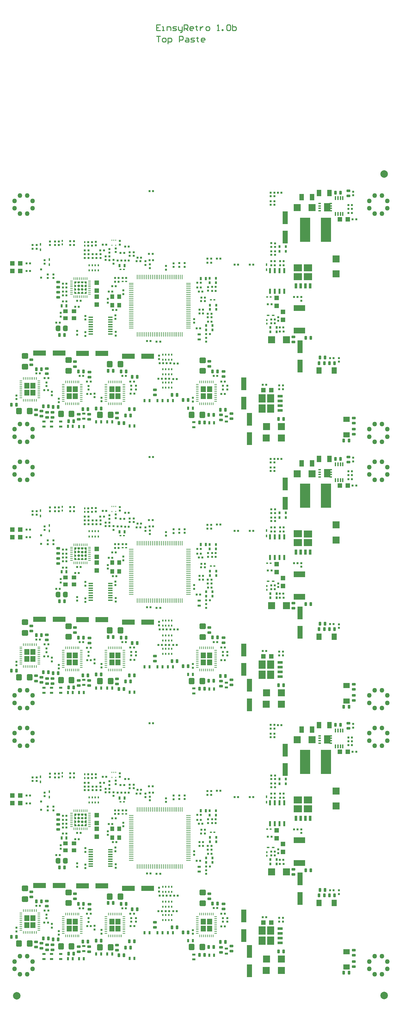
<source format=gtp>
G04 Layer_Color=8421504*
%FSLAX24Y24*%
%MOIN*%
G70*
G01*
G75*
G04:AMPARAMS|DCode=11|XSize=78.7mil|YSize=78.7mil|CornerRadius=39.4mil|HoleSize=0mil|Usage=FLASHONLY|Rotation=90.000|XOffset=0mil|YOffset=0mil|HoleType=Round|Shape=RoundedRectangle|*
%AMROUNDEDRECTD11*
21,1,0.0787,0.0000,0,0,90.0*
21,1,0.0000,0.0787,0,0,90.0*
1,1,0.0787,0.0000,0.0000*
1,1,0.0787,0.0000,0.0000*
1,1,0.0787,0.0000,0.0000*
1,1,0.0787,0.0000,0.0000*
%
%ADD11ROUNDEDRECTD11*%
%ADD12C,0.0100*%
%ADD167R,0.0890X0.0752*%
%ADD168R,0.0752X0.0890*%
%ADD169R,0.0528X0.0618*%
G04:AMPARAMS|DCode=170|XSize=20mil|YSize=22mil|CornerRadius=3.4mil|HoleSize=0mil|Usage=FLASHONLY|Rotation=0.000|XOffset=0mil|YOffset=0mil|HoleType=Round|Shape=RoundedRectangle|*
%AMROUNDEDRECTD170*
21,1,0.0200,0.0152,0,0,0.0*
21,1,0.0132,0.0220,0,0,0.0*
1,1,0.0068,0.0066,-0.0076*
1,1,0.0068,-0.0066,-0.0076*
1,1,0.0068,-0.0066,0.0076*
1,1,0.0068,0.0066,0.0076*
%
%ADD170ROUNDEDRECTD170*%
G04:AMPARAMS|DCode=171|XSize=20mil|YSize=22mil|CornerRadius=3.4mil|HoleSize=0mil|Usage=FLASHONLY|Rotation=90.000|XOffset=0mil|YOffset=0mil|HoleType=Round|Shape=RoundedRectangle|*
%AMROUNDEDRECTD171*
21,1,0.0200,0.0152,0,0,90.0*
21,1,0.0132,0.0220,0,0,90.0*
1,1,0.0068,0.0076,0.0066*
1,1,0.0068,0.0076,-0.0066*
1,1,0.0068,-0.0076,-0.0066*
1,1,0.0068,-0.0076,0.0066*
%
%ADD171ROUNDEDRECTD171*%
%ADD172R,0.0177X0.0197*%
%ADD173R,0.0197X0.0177*%
%ADD174R,0.0770X0.0770*%
%ADD175R,0.1102X0.2578*%
%ADD176R,0.0708X0.0913*%
%ADD177R,0.0256X0.0145*%
%ADD178R,0.0152X0.0433*%
G04:AMPARAMS|DCode=179|XSize=27.1mil|YSize=37.4mil|CornerRadius=4.8mil|HoleSize=0mil|Usage=FLASHONLY|Rotation=180.000|XOffset=0mil|YOffset=0mil|HoleType=Round|Shape=RoundedRectangle|*
%AMROUNDEDRECTD179*
21,1,0.0271,0.0277,0,0,180.0*
21,1,0.0175,0.0374,0,0,180.0*
1,1,0.0097,-0.0087,0.0139*
1,1,0.0097,0.0087,0.0139*
1,1,0.0097,0.0087,-0.0139*
1,1,0.0097,-0.0087,-0.0139*
%
%ADD179ROUNDEDRECTD179*%
%ADD180R,0.0531X0.1319*%
%ADD181R,0.0492X0.0689*%
G04:AMPARAMS|DCode=182|XSize=21.6mil|YSize=22mil|CornerRadius=3.7mil|HoleSize=0mil|Usage=FLASHONLY|Rotation=90.000|XOffset=0mil|YOffset=0mil|HoleType=Round|Shape=RoundedRectangle|*
%AMROUNDEDRECTD182*
21,1,0.0216,0.0146,0,0,90.0*
21,1,0.0142,0.0220,0,0,90.0*
1,1,0.0074,0.0073,0.0071*
1,1,0.0074,0.0073,-0.0071*
1,1,0.0074,-0.0073,-0.0071*
1,1,0.0074,-0.0073,0.0071*
%
%ADD182ROUNDEDRECTD182*%
G04:AMPARAMS|DCode=183|XSize=9mil|YSize=29.5mil|CornerRadius=3.4mil|HoleSize=0mil|Usage=FLASHONLY|Rotation=180.000|XOffset=0mil|YOffset=0mil|HoleType=Round|Shape=RoundedRectangle|*
%AMROUNDEDRECTD183*
21,1,0.0090,0.0227,0,0,180.0*
21,1,0.0022,0.0295,0,0,180.0*
1,1,0.0068,-0.0011,0.0113*
1,1,0.0068,0.0011,0.0113*
1,1,0.0068,0.0011,-0.0113*
1,1,0.0068,-0.0011,-0.0113*
%
%ADD183ROUNDEDRECTD183*%
G04:AMPARAMS|DCode=184|XSize=9mil|YSize=29.5mil|CornerRadius=3.4mil|HoleSize=0mil|Usage=FLASHONLY|Rotation=270.000|XOffset=0mil|YOffset=0mil|HoleType=Round|Shape=RoundedRectangle|*
%AMROUNDEDRECTD184*
21,1,0.0090,0.0227,0,0,270.0*
21,1,0.0022,0.0295,0,0,270.0*
1,1,0.0068,-0.0113,-0.0011*
1,1,0.0068,-0.0113,0.0011*
1,1,0.0068,0.0113,0.0011*
1,1,0.0068,0.0113,-0.0011*
%
%ADD184ROUNDEDRECTD184*%
%ADD185O,0.0492X0.0078*%
%ADD186O,0.0078X0.0492*%
%ADD187R,0.0326X0.0244*%
%ADD188R,0.0244X0.0326*%
%ADD189R,0.0260X0.0540*%
%ADD190R,0.0540X0.0260*%
G04:AMPARAMS|DCode=191|XSize=27.1mil|YSize=37.4mil|CornerRadius=4.8mil|HoleSize=0mil|Usage=FLASHONLY|Rotation=270.000|XOffset=0mil|YOffset=0mil|HoleType=Round|Shape=RoundedRectangle|*
%AMROUNDEDRECTD191*
21,1,0.0271,0.0277,0,0,270.0*
21,1,0.0175,0.0374,0,0,270.0*
1,1,0.0097,-0.0139,-0.0087*
1,1,0.0097,-0.0139,0.0087*
1,1,0.0097,0.0139,0.0087*
1,1,0.0097,0.0139,-0.0087*
%
%ADD191ROUNDEDRECTD191*%
%ADD192R,0.1319X0.0531*%
G04:AMPARAMS|DCode=193|XSize=50mil|YSize=58mil|CornerRadius=12mil|HoleSize=0mil|Usage=FLASHONLY|Rotation=180.000|XOffset=0mil|YOffset=0mil|HoleType=Round|Shape=RoundedRectangle|*
%AMROUNDEDRECTD193*
21,1,0.0500,0.0340,0,0,180.0*
21,1,0.0260,0.0580,0,0,180.0*
1,1,0.0240,-0.0130,0.0170*
1,1,0.0240,0.0130,0.0170*
1,1,0.0240,0.0130,-0.0170*
1,1,0.0240,-0.0130,-0.0170*
%
%ADD193ROUNDEDRECTD193*%
G04:AMPARAMS|DCode=194|XSize=61mil|YSize=69mil|CornerRadius=14.7mil|HoleSize=0mil|Usage=FLASHONLY|Rotation=180.000|XOffset=0mil|YOffset=0mil|HoleType=Round|Shape=RoundedRectangle|*
%AMROUNDEDRECTD194*
21,1,0.0610,0.0395,0,0,180.0*
21,1,0.0315,0.0690,0,0,180.0*
1,1,0.0295,-0.0158,0.0198*
1,1,0.0295,0.0158,0.0198*
1,1,0.0295,0.0158,-0.0198*
1,1,0.0295,-0.0158,-0.0198*
%
%ADD194ROUNDEDRECTD194*%
G04:AMPARAMS|DCode=195|XSize=61mil|YSize=69mil|CornerRadius=14.7mil|HoleSize=0mil|Usage=FLASHONLY|Rotation=90.000|XOffset=0mil|YOffset=0mil|HoleType=Round|Shape=RoundedRectangle|*
%AMROUNDEDRECTD195*
21,1,0.0610,0.0395,0,0,90.0*
21,1,0.0315,0.0690,0,0,90.0*
1,1,0.0295,0.0198,0.0158*
1,1,0.0295,0.0198,-0.0158*
1,1,0.0295,-0.0198,-0.0158*
1,1,0.0295,-0.0198,0.0158*
%
%ADD195ROUNDEDRECTD195*%
%ADD196R,0.0180X0.0240*%
%ADD197R,0.0480X0.0130*%
%ADD198C,0.0500*%
%ADD199R,0.0220X0.0580*%
%ADD200R,0.0460X0.0460*%
%ADD201R,0.0523X0.0689*%
%ADD202R,0.0500X0.0400*%
%ADD203R,0.0216X0.0295*%
%ADD204R,0.0180X0.0260*%
%ADD205R,0.1240X0.0610*%
%ADD206R,0.0220X0.0220*%
%ADD207R,0.0460X0.0460*%
%ADD208R,0.0400X0.0500*%
%ADD209R,0.0689X0.0523*%
%ADD210O,0.0078X0.0315*%
%ADD211O,0.0315X0.0078*%
%ADD212R,0.0260X0.0180*%
%ADD213R,0.0770X0.0770*%
%ADD214R,0.0098X0.0157*%
G36*
X10824Y76314D02*
X10725Y76217D01*
X10643D01*
X10549Y76310D01*
Y76443D01*
X10824D01*
Y76314D01*
D02*
G37*
G36*
X10450D02*
X10351Y76217D01*
X10269D01*
X10175Y76310D01*
Y76443D01*
X10450D01*
Y76314D01*
D02*
G37*
G36*
X11159Y76197D02*
X11041D01*
X10913Y76325D01*
Y76443D01*
X11159D01*
Y76197D01*
D02*
G37*
G36*
X10086Y76325D02*
X9958Y76197D01*
X9840D01*
Y76443D01*
X10086D01*
Y76325D01*
D02*
G37*
G36*
X10440Y76020D02*
Y75921D01*
X10362Y75843D01*
X10263D01*
X10175Y75931D01*
Y76010D01*
X10273Y76108D01*
X10352D01*
X10440Y76020D01*
D02*
G37*
G36*
X11159Y75833D02*
X11030D01*
X10932Y75932D01*
Y76014D01*
X11026Y76108D01*
X11159D01*
Y75833D01*
D02*
G37*
G36*
X10824Y76010D02*
Y75931D01*
X10726Y75833D01*
X10647D01*
X10558Y75921D01*
Y76020D01*
X10637Y76099D01*
X10736D01*
X10824Y76010D01*
D02*
G37*
G36*
X10066Y76010D02*
Y75921D01*
X9978Y75833D01*
X9840D01*
Y76108D01*
X9968D01*
X10066Y76010D01*
D02*
G37*
G36*
X10440Y75646D02*
Y75547D01*
X10362Y75469D01*
X10263D01*
X10175Y75557D01*
Y75636D01*
X10273Y75734D01*
X10352D01*
X10440Y75646D01*
D02*
G37*
G36*
X11159Y75459D02*
X11031D01*
X10932Y75557D01*
Y75646D01*
X11021Y75734D01*
X11159D01*
Y75459D01*
D02*
G37*
G36*
X10824Y75636D02*
Y75557D01*
X10726Y75459D01*
X10647D01*
X10558Y75547D01*
Y75646D01*
X10637Y75725D01*
X10736D01*
X10824Y75636D01*
D02*
G37*
G36*
X10066Y75635D02*
Y75554D01*
X9973Y75459D01*
X9840D01*
Y75734D01*
X9969D01*
X10066Y75635D01*
D02*
G37*
G36*
X11159Y75124D02*
X10913D01*
Y75242D01*
X11041Y75370D01*
X11159D01*
Y75124D01*
D02*
G37*
G36*
X10824Y75257D02*
Y75124D01*
X10549D01*
Y75253D01*
X10648Y75351D01*
X10729D01*
X10824Y75257D01*
D02*
G37*
G36*
X10450D02*
Y75124D01*
X10175D01*
Y75253D01*
X10274Y75351D01*
X10355D01*
X10450Y75257D01*
D02*
G37*
G36*
X10086Y75242D02*
Y75124D01*
X9840D01*
Y75370D01*
X9958D01*
X10086Y75242D01*
D02*
G37*
G36*
X10824Y48322D02*
X10725Y48225D01*
X10643D01*
X10549Y48318D01*
Y48451D01*
X10824D01*
Y48322D01*
D02*
G37*
G36*
X10450D02*
X10351Y48225D01*
X10269D01*
X10175Y48318D01*
Y48451D01*
X10450D01*
Y48322D01*
D02*
G37*
G36*
X11159Y48205D02*
X11041D01*
X10913Y48333D01*
Y48451D01*
X11159D01*
Y48205D01*
D02*
G37*
G36*
X10086Y48333D02*
X9958Y48205D01*
X9840D01*
Y48451D01*
X10086D01*
Y48333D01*
D02*
G37*
G36*
X10440Y48028D02*
Y47929D01*
X10362Y47851D01*
X10263D01*
X10175Y47939D01*
Y48018D01*
X10273Y48116D01*
X10352D01*
X10440Y48028D01*
D02*
G37*
G36*
X11159Y47841D02*
X11030D01*
X10932Y47940D01*
Y48021D01*
X11026Y48116D01*
X11159D01*
Y47841D01*
D02*
G37*
G36*
X10824Y48018D02*
Y47939D01*
X10726Y47841D01*
X10647D01*
X10558Y47929D01*
Y48028D01*
X10637Y48106D01*
X10736D01*
X10824Y48018D01*
D02*
G37*
G36*
X10066Y48018D02*
Y47929D01*
X9978Y47841D01*
X9840D01*
Y48116D01*
X9968D01*
X10066Y48018D01*
D02*
G37*
G36*
X10440Y47654D02*
Y47555D01*
X10362Y47477D01*
X10263D01*
X10175Y47565D01*
Y47644D01*
X10273Y47742D01*
X10352D01*
X10440Y47654D01*
D02*
G37*
G36*
X11159Y47467D02*
X11031D01*
X10932Y47565D01*
Y47654D01*
X11021Y47742D01*
X11159D01*
Y47467D01*
D02*
G37*
G36*
X10824Y47644D02*
Y47565D01*
X10726Y47467D01*
X10647D01*
X10558Y47555D01*
Y47654D01*
X10637Y47732D01*
X10736D01*
X10824Y47644D01*
D02*
G37*
G36*
X10066Y47643D02*
Y47561D01*
X9973Y47467D01*
X9840D01*
Y47742D01*
X9969D01*
X10066Y47643D01*
D02*
G37*
G36*
X11159Y47132D02*
X10913D01*
Y47250D01*
X11041Y47378D01*
X11159D01*
Y47132D01*
D02*
G37*
G36*
X10824Y47265D02*
Y47132D01*
X10549D01*
Y47261D01*
X10648Y47358D01*
X10729D01*
X10824Y47265D01*
D02*
G37*
G36*
X10450D02*
Y47132D01*
X10175D01*
Y47261D01*
X10274Y47358D01*
X10355D01*
X10450Y47265D01*
D02*
G37*
G36*
X10086Y47250D02*
Y47132D01*
X9840D01*
Y47378D01*
X9958D01*
X10086Y47250D01*
D02*
G37*
G36*
X10824Y20330D02*
X10725Y20232D01*
X10643D01*
X10549Y20326D01*
Y20459D01*
X10824D01*
Y20330D01*
D02*
G37*
G36*
X10450D02*
X10351Y20232D01*
X10269D01*
X10175Y20326D01*
Y20459D01*
X10450D01*
Y20330D01*
D02*
G37*
G36*
X11159Y20213D02*
X11041D01*
X10913Y20341D01*
Y20459D01*
X11159D01*
Y20213D01*
D02*
G37*
G36*
X10086Y20341D02*
X9958Y20213D01*
X9840D01*
Y20459D01*
X10086D01*
Y20341D01*
D02*
G37*
G36*
X10440Y20036D02*
Y19937D01*
X10362Y19858D01*
X10263D01*
X10175Y19947D01*
Y20026D01*
X10273Y20124D01*
X10352D01*
X10440Y20036D01*
D02*
G37*
G36*
X11159Y19849D02*
X11030D01*
X10932Y19948D01*
Y20029D01*
X11026Y20124D01*
X11159D01*
Y19849D01*
D02*
G37*
G36*
X10824Y20026D02*
Y19947D01*
X10726Y19849D01*
X10647D01*
X10558Y19937D01*
Y20036D01*
X10637Y20114D01*
X10736D01*
X10824Y20026D01*
D02*
G37*
G36*
X10066Y20026D02*
Y19937D01*
X9978Y19849D01*
X9840D01*
Y20124D01*
X9968D01*
X10066Y20026D01*
D02*
G37*
G36*
X10440Y19662D02*
Y19563D01*
X10362Y19484D01*
X10263D01*
X10175Y19573D01*
Y19652D01*
X10273Y19750D01*
X10352D01*
X10440Y19662D01*
D02*
G37*
G36*
X11159Y19475D02*
X11031D01*
X10932Y19573D01*
Y19662D01*
X11021Y19750D01*
X11159D01*
Y19475D01*
D02*
G37*
G36*
X10824Y19652D02*
Y19573D01*
X10726Y19475D01*
X10647D01*
X10558Y19563D01*
Y19662D01*
X10637Y19740D01*
X10736D01*
X10824Y19652D01*
D02*
G37*
G36*
X10066Y19651D02*
Y19569D01*
X9973Y19475D01*
X9840D01*
Y19750D01*
X9969D01*
X10066Y19651D01*
D02*
G37*
G36*
X11159Y19140D02*
X10913D01*
Y19258D01*
X11041Y19386D01*
X11159D01*
Y19140D01*
D02*
G37*
G36*
X10824Y19273D02*
Y19140D01*
X10549D01*
Y19269D01*
X10648Y19366D01*
X10729D01*
X10824Y19273D01*
D02*
G37*
G36*
X10450D02*
Y19140D01*
X10175D01*
Y19269D01*
X10274Y19366D01*
X10355D01*
X10450Y19273D01*
D02*
G37*
G36*
X10086Y19258D02*
Y19140D01*
X9840D01*
Y19386D01*
X9958D01*
X10086Y19258D01*
D02*
G37*
G54D11*
X42528Y87726D02*
D03*
Y1328D02*
D03*
X3789Y1289D02*
D03*
G54D12*
X18528Y102228D02*
X18928D01*
X18728D01*
Y101628D01*
X19228D02*
X19428D01*
X19528Y101728D01*
Y101928D01*
X19428Y102028D01*
X19228D01*
X19128Y101928D01*
Y101728D01*
X19228Y101628D01*
X19728Y101428D02*
Y102028D01*
X20028D01*
X20128Y101928D01*
Y101728D01*
X20028Y101628D01*
X19728D01*
X20928D02*
Y102228D01*
X21227D01*
X21327Y102128D01*
Y101928D01*
X21227Y101828D01*
X20928D01*
X21627Y102028D02*
X21827D01*
X21927Y101928D01*
Y101628D01*
X21627D01*
X21527Y101728D01*
X21627Y101828D01*
X21927D01*
X22127Y101628D02*
X22427D01*
X22527Y101728D01*
X22427Y101828D01*
X22227D01*
X22127Y101928D01*
X22227Y102028D01*
X22527D01*
X22827Y102128D02*
Y102028D01*
X22727D01*
X22927D01*
X22827D01*
Y101728D01*
X22927Y101628D01*
X23527D02*
X23327D01*
X23227Y101728D01*
Y101928D01*
X23327Y102028D01*
X23527D01*
X23627Y101928D01*
Y101828D01*
X23227D01*
X18928Y103428D02*
X18528D01*
Y102828D01*
X18928D01*
X18528Y103128D02*
X18728D01*
X19128Y102828D02*
X19328D01*
X19228D01*
Y103228D01*
X19128D01*
X19628Y102828D02*
Y103228D01*
X19928D01*
X20028Y103128D01*
Y102828D01*
X20228D02*
X20528D01*
X20628Y102928D01*
X20528Y103028D01*
X20328D01*
X20228Y103128D01*
X20328Y103228D01*
X20628D01*
X20828D02*
Y102928D01*
X20928Y102828D01*
X21227D01*
Y102728D01*
X21128Y102628D01*
X21028D01*
X21227Y102828D02*
Y103228D01*
X21427Y102828D02*
Y103428D01*
X21727D01*
X21827Y103328D01*
Y103128D01*
X21727Y103028D01*
X21427D01*
X21627D02*
X21827Y102828D01*
X22327D02*
X22127D01*
X22027Y102928D01*
Y103128D01*
X22127Y103228D01*
X22327D01*
X22427Y103128D01*
Y103028D01*
X22027D01*
X22727Y103328D02*
Y103228D01*
X22627D01*
X22827D01*
X22727D01*
Y102928D01*
X22827Y102828D01*
X23127Y103228D02*
Y102828D01*
Y103028D01*
X23227Y103128D01*
X23327Y103228D01*
X23427D01*
X23827Y102828D02*
X24027D01*
X24127Y102928D01*
Y103128D01*
X24027Y103228D01*
X23827D01*
X23727Y103128D01*
Y102928D01*
X23827Y102828D01*
X24926D02*
X25126D01*
X25026D01*
Y103428D01*
X24926Y103328D01*
X25426Y102828D02*
Y102928D01*
X25526D01*
Y102828D01*
X25426D01*
X25926Y103328D02*
X26026Y103428D01*
X26226D01*
X26326Y103328D01*
Y102928D01*
X26226Y102828D01*
X26026D01*
X25926Y102928D01*
Y103328D01*
X26526Y103428D02*
Y102828D01*
X26826D01*
X26926Y102928D01*
Y103028D01*
Y103128D01*
X26826Y103228D01*
X26526D01*
G54D167*
X33429Y21888D02*
D03*
X34493Y21888D02*
D03*
X34493Y20963D02*
D03*
X33429Y20963D02*
D03*
Y49881D02*
D03*
X34493Y49880D02*
D03*
X34493Y48955D02*
D03*
X33429Y48955D02*
D03*
Y77873D02*
D03*
X34493Y77872D02*
D03*
X34493Y76947D02*
D03*
X33429Y76947D02*
D03*
G54D168*
X30572Y7084D02*
D03*
X30572Y8148D02*
D03*
X29646Y8148D02*
D03*
X29646Y7084D02*
D03*
X30572Y35076D02*
D03*
X30572Y36140D02*
D03*
X29646Y36140D02*
D03*
X29646Y35076D02*
D03*
X30572Y63068D02*
D03*
X30572Y64132D02*
D03*
X29646Y64132D02*
D03*
X29646Y63068D02*
D03*
G54D169*
X4852Y8732D02*
D03*
X5498Y9468D02*
D03*
X4853Y9468D02*
D03*
X5498Y8731D02*
D03*
X9972Y8371D02*
D03*
X9327Y9108D02*
D03*
X9972Y9108D02*
D03*
X9326Y8372D02*
D03*
X13826D02*
D03*
X14472Y9108D02*
D03*
X13827Y9108D02*
D03*
X14472Y8371D02*
D03*
X24112D02*
D03*
X23467Y9108D02*
D03*
X24112Y9108D02*
D03*
X23466Y8372D02*
D03*
X4852Y36724D02*
D03*
X5498Y37460D02*
D03*
X4853Y37460D02*
D03*
X5498Y36724D02*
D03*
X9972Y36364D02*
D03*
X9327Y37100D02*
D03*
X9972Y37100D02*
D03*
X9326Y36364D02*
D03*
X13826D02*
D03*
X14472Y37100D02*
D03*
X13827Y37100D02*
D03*
X14472Y36364D02*
D03*
X24112D02*
D03*
X23467Y37100D02*
D03*
X24112Y37100D02*
D03*
X23466Y36364D02*
D03*
X4852Y64716D02*
D03*
X5498Y65453D02*
D03*
X4853Y65452D02*
D03*
X5498Y64716D02*
D03*
X9972Y64356D02*
D03*
X9327Y65092D02*
D03*
X9972Y65093D02*
D03*
X9326Y64356D02*
D03*
X13826D02*
D03*
X14472Y65093D02*
D03*
X13827Y65092D02*
D03*
X14472Y64356D02*
D03*
X24112D02*
D03*
X23467Y65092D02*
D03*
X24112Y65093D02*
D03*
X23466Y64356D02*
D03*
G54D170*
X23900Y22839D02*
D03*
X24279D02*
D03*
X23899Y22429D02*
D03*
X24278D02*
D03*
X28738Y22199D02*
D03*
X28359D02*
D03*
X26759D02*
D03*
X27138D02*
D03*
X38756Y28065D02*
D03*
X39133D02*
D03*
X38756Y28479D02*
D03*
X39135D02*
D03*
X36812Y12392D02*
D03*
X37191D02*
D03*
X14808Y22659D02*
D03*
X14429D02*
D03*
X9815Y24278D02*
D03*
X9436D02*
D03*
X31906Y15609D02*
D03*
X31529D02*
D03*
X25736Y8599D02*
D03*
X25359D02*
D03*
X24549Y10519D02*
D03*
X24926D02*
D03*
X25352Y9929D02*
D03*
X25729D02*
D03*
X15799Y8639D02*
D03*
X16176D02*
D03*
X14919Y10509D02*
D03*
X15296D02*
D03*
X16149Y9929D02*
D03*
X15772D02*
D03*
X11586Y8619D02*
D03*
X11209D02*
D03*
X10409Y10509D02*
D03*
X10786D02*
D03*
X11206Y9919D02*
D03*
X11583D02*
D03*
X23242Y18749D02*
D03*
X23619D02*
D03*
X18719Y10204D02*
D03*
X19096D02*
D03*
X19235Y11838D02*
D03*
X18858D02*
D03*
X19496Y10204D02*
D03*
X19873D02*
D03*
X19983Y11838D02*
D03*
X19606D02*
D03*
X20654Y10194D02*
D03*
X20277D02*
D03*
X20387Y11828D02*
D03*
X20764D02*
D03*
X23199Y20319D02*
D03*
X22822D02*
D03*
X23362Y19392D02*
D03*
X22985D02*
D03*
X13919Y17451D02*
D03*
X14296D02*
D03*
X10523Y18417D02*
D03*
X10146D02*
D03*
X10339Y17769D02*
D03*
X9962D02*
D03*
X8659Y20229D02*
D03*
X9036D02*
D03*
X13482Y19364D02*
D03*
X13859D02*
D03*
X8659Y18989D02*
D03*
X9036D02*
D03*
X7962Y16099D02*
D03*
X8339D02*
D03*
X18539Y14117D02*
D03*
X18916D02*
D03*
X23204Y19806D02*
D03*
X22827D02*
D03*
X7076Y8999D02*
D03*
X6699D02*
D03*
X5849Y10769D02*
D03*
X6226D02*
D03*
X6732Y10279D02*
D03*
X7109D02*
D03*
X18166Y29959D02*
D03*
X17789D02*
D03*
X31329Y29779D02*
D03*
X31706D02*
D03*
X8659Y18349D02*
D03*
X9036D02*
D03*
X10962Y23711D02*
D03*
X11341D02*
D03*
X14531Y20807D02*
D03*
X14152D02*
D03*
X31529Y15179D02*
D03*
X31908D02*
D03*
X23770Y14899D02*
D03*
X24149D02*
D03*
X23239Y18369D02*
D03*
X23618D02*
D03*
X30609Y16059D02*
D03*
X30988D02*
D03*
X30989Y16459D02*
D03*
X30610D02*
D03*
X16439Y22569D02*
D03*
X16818D02*
D03*
X38756Y27652D02*
D03*
X39135D02*
D03*
X31542Y22572D02*
D03*
X31921D02*
D03*
X24389Y19879D02*
D03*
X24768D02*
D03*
X30273Y18032D02*
D03*
X30652D02*
D03*
X8660Y19799D02*
D03*
X9039D02*
D03*
Y19389D02*
D03*
X8660D02*
D03*
X39579Y26978D02*
D03*
X39200D02*
D03*
X33017Y18799D02*
D03*
X33396D02*
D03*
X31473Y9104D02*
D03*
X31852D02*
D03*
X31470Y9509D02*
D03*
X31849D02*
D03*
X29719Y9569D02*
D03*
X30098D02*
D03*
X23940Y16229D02*
D03*
X24319D02*
D03*
X5199Y21539D02*
D03*
X4820D02*
D03*
X24768Y19459D02*
D03*
X24389D02*
D03*
X30991Y22572D02*
D03*
X30612D02*
D03*
X31922Y22142D02*
D03*
X31543D02*
D03*
X30613D02*
D03*
X30992D02*
D03*
X5202Y22349D02*
D03*
X4823D02*
D03*
X23139Y15514D02*
D03*
X22760D02*
D03*
X23419Y17464D02*
D03*
X23040D02*
D03*
X23419Y17074D02*
D03*
X23040D02*
D03*
X16889Y22959D02*
D03*
X16510D02*
D03*
X14239Y19949D02*
D03*
X13860D02*
D03*
X17886Y14179D02*
D03*
X17507D02*
D03*
X17792Y22667D02*
D03*
X18171D02*
D03*
X18109Y23339D02*
D03*
X17730D02*
D03*
X15589Y22649D02*
D03*
X15210D02*
D03*
X15109Y23459D02*
D03*
X14730D02*
D03*
X25259Y22859D02*
D03*
X24880D02*
D03*
X15594Y24104D02*
D03*
X15215D02*
D03*
X14526Y20419D02*
D03*
X14149D02*
D03*
X14946Y20812D02*
D03*
X15325D02*
D03*
X9432Y24689D02*
D03*
X9809D02*
D03*
X12978Y23699D02*
D03*
X12601D02*
D03*
X12852Y24319D02*
D03*
X13229D02*
D03*
X23900Y50831D02*
D03*
X24279D02*
D03*
X23899Y50422D02*
D03*
X24278D02*
D03*
X28738Y50191D02*
D03*
X28359D02*
D03*
X26759D02*
D03*
X27138D02*
D03*
X38756Y56057D02*
D03*
X39133D02*
D03*
X38756Y56471D02*
D03*
X39135D02*
D03*
X36812Y40384D02*
D03*
X37191D02*
D03*
X14808Y50651D02*
D03*
X14429D02*
D03*
X9815Y52270D02*
D03*
X9436D02*
D03*
X31906Y43601D02*
D03*
X31529D02*
D03*
X25736Y36591D02*
D03*
X25359D02*
D03*
X24549Y38512D02*
D03*
X24926D02*
D03*
X25352Y37922D02*
D03*
X25729D02*
D03*
X15799Y36632D02*
D03*
X16176D02*
D03*
X14919Y38502D02*
D03*
X15296D02*
D03*
X16149Y37922D02*
D03*
X15772D02*
D03*
X11586Y36611D02*
D03*
X11209D02*
D03*
X10409Y38502D02*
D03*
X10786D02*
D03*
X11206Y37912D02*
D03*
X11583D02*
D03*
X23242Y46741D02*
D03*
X23619D02*
D03*
X18719Y38196D02*
D03*
X19096D02*
D03*
X19235Y39830D02*
D03*
X18858D02*
D03*
X19496Y38196D02*
D03*
X19873D02*
D03*
X19983Y39830D02*
D03*
X19606D02*
D03*
X20654Y38186D02*
D03*
X20277D02*
D03*
X20387Y39820D02*
D03*
X20764D02*
D03*
X23199Y48312D02*
D03*
X22822D02*
D03*
X23362Y47384D02*
D03*
X22985D02*
D03*
X13919Y45444D02*
D03*
X14296D02*
D03*
X10523Y46409D02*
D03*
X10146D02*
D03*
X10339Y45761D02*
D03*
X9962D02*
D03*
X8659Y48222D02*
D03*
X9036D02*
D03*
X13482Y47357D02*
D03*
X13859D02*
D03*
X8659Y46982D02*
D03*
X9036D02*
D03*
X7962Y44092D02*
D03*
X8339D02*
D03*
X18539Y42109D02*
D03*
X18916D02*
D03*
X23204Y47798D02*
D03*
X22827D02*
D03*
X7076Y36992D02*
D03*
X6699D02*
D03*
X5849Y38761D02*
D03*
X6226D02*
D03*
X6732Y38272D02*
D03*
X7109D02*
D03*
X18166Y57951D02*
D03*
X17789D02*
D03*
X31329Y57772D02*
D03*
X31706D02*
D03*
X8659Y46342D02*
D03*
X9036D02*
D03*
X10962Y51703D02*
D03*
X11341D02*
D03*
X14531Y48799D02*
D03*
X14152D02*
D03*
X31529Y43172D02*
D03*
X31908D02*
D03*
X23770Y42892D02*
D03*
X24149D02*
D03*
X23239Y46361D02*
D03*
X23618D02*
D03*
X30609Y44051D02*
D03*
X30988D02*
D03*
X30989Y44451D02*
D03*
X30610D02*
D03*
X16439Y50561D02*
D03*
X16818D02*
D03*
X38756Y55644D02*
D03*
X39135D02*
D03*
X31542Y50564D02*
D03*
X31921D02*
D03*
X24389Y47871D02*
D03*
X24768D02*
D03*
X30273Y46024D02*
D03*
X30652D02*
D03*
X8660Y47792D02*
D03*
X9039D02*
D03*
Y47382D02*
D03*
X8660D02*
D03*
X39579Y54970D02*
D03*
X39200D02*
D03*
X33017Y46791D02*
D03*
X33396D02*
D03*
X31473Y37096D02*
D03*
X31852D02*
D03*
X31470Y37501D02*
D03*
X31849D02*
D03*
X29719Y37562D02*
D03*
X30098D02*
D03*
X23940Y44222D02*
D03*
X24319D02*
D03*
X5199Y49531D02*
D03*
X4820D02*
D03*
X24768Y47452D02*
D03*
X24389D02*
D03*
X30991Y50564D02*
D03*
X30612D02*
D03*
X31922Y50134D02*
D03*
X31543D02*
D03*
X30613D02*
D03*
X30992D02*
D03*
X5202Y50342D02*
D03*
X4823D02*
D03*
X23139Y43507D02*
D03*
X22760D02*
D03*
X23419Y45457D02*
D03*
X23040D02*
D03*
X23419Y45067D02*
D03*
X23040D02*
D03*
X16889Y50951D02*
D03*
X16510D02*
D03*
X14239Y47941D02*
D03*
X13860D02*
D03*
X17886Y42172D02*
D03*
X17507D02*
D03*
X17792Y50659D02*
D03*
X18171D02*
D03*
X18109Y51332D02*
D03*
X17730D02*
D03*
X15589Y50641D02*
D03*
X15210D02*
D03*
X15109Y51452D02*
D03*
X14730D02*
D03*
X25259Y50851D02*
D03*
X24880D02*
D03*
X15594Y52096D02*
D03*
X15215D02*
D03*
X14526Y48411D02*
D03*
X14149D02*
D03*
X14946Y48804D02*
D03*
X15325D02*
D03*
X9432Y52681D02*
D03*
X9809D02*
D03*
X12978Y51691D02*
D03*
X12601D02*
D03*
X12852Y52312D02*
D03*
X13229D02*
D03*
X23900Y78824D02*
D03*
X24279D02*
D03*
X23899Y78414D02*
D03*
X24278D02*
D03*
X28738Y78184D02*
D03*
X28359D02*
D03*
X26759D02*
D03*
X27138D02*
D03*
X38756Y84049D02*
D03*
X39133D02*
D03*
X38756Y84463D02*
D03*
X39135D02*
D03*
X36812Y68376D02*
D03*
X37191D02*
D03*
X14808Y78644D02*
D03*
X14429D02*
D03*
X9815Y80263D02*
D03*
X9436D02*
D03*
X31906Y71594D02*
D03*
X31529D02*
D03*
X25736Y64584D02*
D03*
X25359D02*
D03*
X24549Y66504D02*
D03*
X24926D02*
D03*
X25352Y65914D02*
D03*
X25729D02*
D03*
X15799Y64624D02*
D03*
X16176D02*
D03*
X14919Y66494D02*
D03*
X15296D02*
D03*
X16149Y65914D02*
D03*
X15772D02*
D03*
X11586Y64604D02*
D03*
X11209D02*
D03*
X10409Y66494D02*
D03*
X10786D02*
D03*
X11206Y65904D02*
D03*
X11583D02*
D03*
X23242Y74734D02*
D03*
X23619D02*
D03*
X18719Y66188D02*
D03*
X19096D02*
D03*
X19235Y67822D02*
D03*
X18858D02*
D03*
X19496Y66188D02*
D03*
X19873D02*
D03*
X19983Y67822D02*
D03*
X19606D02*
D03*
X20654Y66178D02*
D03*
X20277D02*
D03*
X20387Y67812D02*
D03*
X20764D02*
D03*
X23199Y76304D02*
D03*
X22822D02*
D03*
X23362Y75377D02*
D03*
X22985D02*
D03*
X13919Y73436D02*
D03*
X14296D02*
D03*
X10523Y74401D02*
D03*
X10146D02*
D03*
X10339Y73754D02*
D03*
X9962D02*
D03*
X8659Y76214D02*
D03*
X9036D02*
D03*
X13482Y75349D02*
D03*
X13859D02*
D03*
X8659Y74974D02*
D03*
X9036D02*
D03*
X7962Y72084D02*
D03*
X8339D02*
D03*
X18539Y70102D02*
D03*
X18916D02*
D03*
X23204Y75790D02*
D03*
X22827D02*
D03*
X7076Y64984D02*
D03*
X6699D02*
D03*
X5849Y66754D02*
D03*
X6226D02*
D03*
X6732Y66264D02*
D03*
X7109D02*
D03*
X18166Y85944D02*
D03*
X17789D02*
D03*
X31329Y85764D02*
D03*
X31706D02*
D03*
X8659Y74334D02*
D03*
X9036D02*
D03*
X10962Y79695D02*
D03*
X11341D02*
D03*
X14531Y76791D02*
D03*
X14152D02*
D03*
X31529Y71164D02*
D03*
X31908D02*
D03*
X23770Y70884D02*
D03*
X24149D02*
D03*
X23239Y74354D02*
D03*
X23618D02*
D03*
X30609Y72044D02*
D03*
X30988D02*
D03*
X30989Y72444D02*
D03*
X30610D02*
D03*
X16439Y78554D02*
D03*
X16818D02*
D03*
X38756Y83636D02*
D03*
X39135D02*
D03*
X31542Y78556D02*
D03*
X31921D02*
D03*
X24389Y75864D02*
D03*
X24768D02*
D03*
X30273Y74016D02*
D03*
X30652D02*
D03*
X8660Y75784D02*
D03*
X9039D02*
D03*
Y75374D02*
D03*
X8660D02*
D03*
X39579Y82963D02*
D03*
X39200D02*
D03*
X33017Y74783D02*
D03*
X33396D02*
D03*
X31473Y65089D02*
D03*
X31852D02*
D03*
X31470Y65494D02*
D03*
X31849D02*
D03*
X29719Y65554D02*
D03*
X30098D02*
D03*
X23940Y72214D02*
D03*
X24319D02*
D03*
X5199Y77524D02*
D03*
X4820D02*
D03*
X24768Y75444D02*
D03*
X24389D02*
D03*
X30991Y78556D02*
D03*
X30612D02*
D03*
X31922Y78126D02*
D03*
X31543D02*
D03*
X30613D02*
D03*
X30992D02*
D03*
X5202Y78334D02*
D03*
X4823D02*
D03*
X23139Y71499D02*
D03*
X22760D02*
D03*
X23419Y73449D02*
D03*
X23040D02*
D03*
X23419Y73059D02*
D03*
X23040D02*
D03*
X16889Y78944D02*
D03*
X16510D02*
D03*
X14239Y75934D02*
D03*
X13860D02*
D03*
X17886Y70164D02*
D03*
X17507D02*
D03*
X17792Y78652D02*
D03*
X18171D02*
D03*
X18109Y79324D02*
D03*
X17730D02*
D03*
X15589Y78634D02*
D03*
X15210D02*
D03*
X15109Y79444D02*
D03*
X14730D02*
D03*
X25259Y78844D02*
D03*
X24880D02*
D03*
X15594Y80089D02*
D03*
X15215D02*
D03*
X14526Y76404D02*
D03*
X14149D02*
D03*
X14946Y76796D02*
D03*
X15325D02*
D03*
X9432Y80674D02*
D03*
X9809D02*
D03*
X12978Y79684D02*
D03*
X12601D02*
D03*
X12852Y80304D02*
D03*
X13229D02*
D03*
G54D171*
X30549Y28500D02*
D03*
Y28879D02*
D03*
X30959Y28500D02*
D03*
Y28879D02*
D03*
X31019Y24084D02*
D03*
Y24461D02*
D03*
X22369Y7822D02*
D03*
Y8199D02*
D03*
X25519Y9089D02*
D03*
Y9466D02*
D03*
X12729Y7842D02*
D03*
Y8219D02*
D03*
X15869Y9466D02*
D03*
Y9089D02*
D03*
X8219Y7732D02*
D03*
Y8109D02*
D03*
X11369Y9079D02*
D03*
Y9456D02*
D03*
X7045Y21189D02*
D03*
Y20812D02*
D03*
X11026Y16823D02*
D03*
Y16446D02*
D03*
X14205Y16505D02*
D03*
Y16882D02*
D03*
X14215Y14756D02*
D03*
Y15133D02*
D03*
X11036Y15104D02*
D03*
Y14727D02*
D03*
X19529Y21692D02*
D03*
Y22069D02*
D03*
X13379Y18606D02*
D03*
Y18229D02*
D03*
X8429Y16762D02*
D03*
Y17139D02*
D03*
X5469Y23889D02*
D03*
Y24266D02*
D03*
X22499Y16492D02*
D03*
Y16115D02*
D03*
X15029Y19496D02*
D03*
Y19119D02*
D03*
X6909Y9449D02*
D03*
Y9826D02*
D03*
X3759Y8072D02*
D03*
Y8449D02*
D03*
X12608Y23300D02*
D03*
Y22921D02*
D03*
X7815Y24279D02*
D03*
Y24657D02*
D03*
X11733Y24590D02*
D03*
Y24211D02*
D03*
X13563Y23471D02*
D03*
Y23850D02*
D03*
X10152Y15241D02*
D03*
Y14862D02*
D03*
X30619Y24463D02*
D03*
Y24084D02*
D03*
X30552Y29403D02*
D03*
Y29782D02*
D03*
X30952Y29403D02*
D03*
Y29782D02*
D03*
X23929Y16680D02*
D03*
Y17059D02*
D03*
X31024Y23239D02*
D03*
Y23618D02*
D03*
X16114Y23130D02*
D03*
Y23509D02*
D03*
X13979Y22320D02*
D03*
Y22699D02*
D03*
X13150Y22697D02*
D03*
Y23074D02*
D03*
X11774Y22921D02*
D03*
Y23298D02*
D03*
X11364Y22921D02*
D03*
Y23298D02*
D03*
X25999Y9469D02*
D03*
Y9090D02*
D03*
X16349D02*
D03*
Y9469D02*
D03*
X11979Y8659D02*
D03*
Y8280D02*
D03*
X39272Y29513D02*
D03*
Y29892D02*
D03*
X23969Y19858D02*
D03*
Y19479D02*
D03*
X23769Y14119D02*
D03*
Y14498D02*
D03*
X24339Y16680D02*
D03*
Y17059D02*
D03*
X17369Y22568D02*
D03*
Y22189D02*
D03*
X7645Y20809D02*
D03*
Y21188D02*
D03*
X31369Y16309D02*
D03*
Y16688D02*
D03*
X33799Y18809D02*
D03*
Y18430D02*
D03*
X6729Y22301D02*
D03*
Y22680D02*
D03*
X5879Y24268D02*
D03*
Y23889D02*
D03*
X7489Y8859D02*
D03*
Y8480D02*
D03*
X30614Y23239D02*
D03*
Y23618D02*
D03*
X18782Y12272D02*
D03*
Y12651D02*
D03*
X14659Y24708D02*
D03*
Y24329D02*
D03*
X21479Y22369D02*
D03*
Y21990D02*
D03*
X20909Y22369D02*
D03*
Y21990D02*
D03*
X20329Y22359D02*
D03*
Y21980D02*
D03*
X15704Y23509D02*
D03*
Y23130D02*
D03*
X17819Y21859D02*
D03*
Y22238D02*
D03*
X7289Y24282D02*
D03*
Y24659D02*
D03*
X12139Y24232D02*
D03*
Y24609D02*
D03*
X8228Y24279D02*
D03*
Y24657D02*
D03*
X11317Y24208D02*
D03*
Y24587D02*
D03*
X10965Y23300D02*
D03*
Y22921D02*
D03*
X12195Y23300D02*
D03*
Y22921D02*
D03*
X13572Y23072D02*
D03*
Y22693D02*
D03*
X14219Y23551D02*
D03*
Y23928D02*
D03*
X30549Y56493D02*
D03*
Y56872D02*
D03*
X30959Y56493D02*
D03*
Y56872D02*
D03*
X31019Y52077D02*
D03*
Y52454D02*
D03*
X22369Y35814D02*
D03*
Y36191D02*
D03*
X25519Y37081D02*
D03*
Y37459D02*
D03*
X12729Y35835D02*
D03*
Y36212D02*
D03*
X15869Y37459D02*
D03*
Y37081D02*
D03*
X8219Y35724D02*
D03*
Y36102D02*
D03*
X11369Y37071D02*
D03*
Y37448D02*
D03*
X7045Y49181D02*
D03*
Y48804D02*
D03*
X11026Y44816D02*
D03*
Y44439D02*
D03*
X14205Y44498D02*
D03*
Y44875D02*
D03*
X14215Y42748D02*
D03*
Y43125D02*
D03*
X11036Y43096D02*
D03*
Y42719D02*
D03*
X19529Y49685D02*
D03*
Y50061D02*
D03*
X13379Y46599D02*
D03*
Y46221D02*
D03*
X8429Y44755D02*
D03*
Y45132D02*
D03*
X5469Y51881D02*
D03*
Y52259D02*
D03*
X22499Y44484D02*
D03*
Y44107D02*
D03*
X15029Y47488D02*
D03*
Y47112D02*
D03*
X6909Y37441D02*
D03*
Y37819D02*
D03*
X3759Y36065D02*
D03*
Y36442D02*
D03*
X12608Y51292D02*
D03*
Y50913D02*
D03*
X7815Y52271D02*
D03*
Y52650D02*
D03*
X11733Y52582D02*
D03*
Y52203D02*
D03*
X13563Y51464D02*
D03*
Y51843D02*
D03*
X10152Y43233D02*
D03*
Y42854D02*
D03*
X30619Y52456D02*
D03*
Y52077D02*
D03*
X30552Y57395D02*
D03*
Y57774D02*
D03*
X30952Y57395D02*
D03*
Y57774D02*
D03*
X23929Y44673D02*
D03*
Y45051D02*
D03*
X31024Y51231D02*
D03*
Y51610D02*
D03*
X16114Y51123D02*
D03*
Y51501D02*
D03*
X13979Y50313D02*
D03*
Y50691D02*
D03*
X13150Y50689D02*
D03*
Y51066D02*
D03*
X11774Y50913D02*
D03*
Y51290D02*
D03*
X11364Y50913D02*
D03*
Y51290D02*
D03*
X25999Y37462D02*
D03*
Y37083D02*
D03*
X16349D02*
D03*
Y37462D02*
D03*
X11979Y36651D02*
D03*
Y36273D02*
D03*
X39272Y57505D02*
D03*
Y57884D02*
D03*
X23969Y47850D02*
D03*
Y47471D02*
D03*
X23769Y42112D02*
D03*
Y42490D02*
D03*
X24339Y44673D02*
D03*
Y45051D02*
D03*
X17369Y50560D02*
D03*
Y50181D02*
D03*
X7645Y48802D02*
D03*
Y49181D02*
D03*
X31369Y44302D02*
D03*
Y44680D02*
D03*
X33799Y46801D02*
D03*
Y46422D02*
D03*
X6729Y50294D02*
D03*
Y50673D02*
D03*
X5879Y52260D02*
D03*
Y51881D02*
D03*
X7489Y36851D02*
D03*
Y36473D02*
D03*
X30614Y51231D02*
D03*
Y51610D02*
D03*
X18782Y40264D02*
D03*
Y40643D02*
D03*
X14659Y52700D02*
D03*
Y52322D02*
D03*
X21479Y50361D02*
D03*
Y49983D02*
D03*
X20909Y50361D02*
D03*
Y49983D02*
D03*
X20329Y50352D02*
D03*
Y49973D02*
D03*
X15704Y51501D02*
D03*
Y51123D02*
D03*
X17819Y49851D02*
D03*
Y50230D02*
D03*
X7289Y52274D02*
D03*
Y52652D02*
D03*
X12139Y52224D02*
D03*
Y52601D02*
D03*
X8228Y52271D02*
D03*
Y52650D02*
D03*
X11317Y52200D02*
D03*
Y52579D02*
D03*
X10965Y51292D02*
D03*
Y50913D02*
D03*
X12195Y51292D02*
D03*
Y50913D02*
D03*
X13572Y51064D02*
D03*
Y50685D02*
D03*
X14219Y51543D02*
D03*
Y51920D02*
D03*
X30549Y84485D02*
D03*
Y84864D02*
D03*
X30959Y84485D02*
D03*
Y84864D02*
D03*
X31019Y80069D02*
D03*
Y80446D02*
D03*
X22369Y63807D02*
D03*
Y64184D02*
D03*
X25519Y65074D02*
D03*
Y65451D02*
D03*
X12729Y63827D02*
D03*
Y64204D02*
D03*
X15869Y65451D02*
D03*
Y65074D02*
D03*
X8219Y63717D02*
D03*
Y64094D02*
D03*
X11369Y65064D02*
D03*
Y65441D02*
D03*
X7045Y77174D02*
D03*
Y76797D02*
D03*
X11026Y72808D02*
D03*
Y72431D02*
D03*
X14205Y72490D02*
D03*
Y72867D02*
D03*
X14215Y70740D02*
D03*
Y71117D02*
D03*
X11036Y71088D02*
D03*
Y70711D02*
D03*
X19529Y77677D02*
D03*
Y78054D02*
D03*
X13379Y74591D02*
D03*
Y74214D02*
D03*
X8429Y72747D02*
D03*
Y73124D02*
D03*
X5469Y79874D02*
D03*
Y80251D02*
D03*
X22499Y72476D02*
D03*
Y72099D02*
D03*
X15029Y75481D02*
D03*
Y75104D02*
D03*
X6909Y65434D02*
D03*
Y65811D02*
D03*
X3759Y64057D02*
D03*
Y64434D02*
D03*
X12608Y79284D02*
D03*
Y78906D02*
D03*
X7815Y80263D02*
D03*
Y80642D02*
D03*
X11733Y80574D02*
D03*
Y80195D02*
D03*
X13563Y79456D02*
D03*
Y79835D02*
D03*
X10152Y71225D02*
D03*
Y70846D02*
D03*
X30619Y80448D02*
D03*
Y80069D02*
D03*
X30552Y85387D02*
D03*
Y85766D02*
D03*
X30952Y85387D02*
D03*
Y85766D02*
D03*
X23929Y72665D02*
D03*
Y73044D02*
D03*
X31024Y79224D02*
D03*
Y79603D02*
D03*
X16114Y79115D02*
D03*
Y79494D02*
D03*
X13979Y78305D02*
D03*
Y78684D02*
D03*
X13150Y78681D02*
D03*
Y79058D02*
D03*
X11774Y78905D02*
D03*
Y79282D02*
D03*
X11364Y78905D02*
D03*
Y79282D02*
D03*
X25999Y65454D02*
D03*
Y65075D02*
D03*
X16349D02*
D03*
Y65454D02*
D03*
X11979Y64644D02*
D03*
Y64265D02*
D03*
X39272Y85497D02*
D03*
Y85876D02*
D03*
X23969Y75843D02*
D03*
Y75464D02*
D03*
X23769Y70104D02*
D03*
Y70483D02*
D03*
X24339Y72665D02*
D03*
Y73044D02*
D03*
X17369Y78553D02*
D03*
Y78174D02*
D03*
X7645Y76794D02*
D03*
Y77173D02*
D03*
X31369Y72294D02*
D03*
Y72673D02*
D03*
X33799Y74793D02*
D03*
Y74414D02*
D03*
X6729Y78286D02*
D03*
Y78665D02*
D03*
X5879Y80253D02*
D03*
Y79874D02*
D03*
X7489Y64844D02*
D03*
Y64465D02*
D03*
X30614Y79224D02*
D03*
Y79603D02*
D03*
X18782Y68256D02*
D03*
Y68635D02*
D03*
X14659Y80693D02*
D03*
Y80314D02*
D03*
X21479Y78354D02*
D03*
Y77975D02*
D03*
X20909Y78354D02*
D03*
Y77975D02*
D03*
X20329Y78344D02*
D03*
Y77965D02*
D03*
X15704Y79494D02*
D03*
Y79115D02*
D03*
X17819Y77844D02*
D03*
Y78223D02*
D03*
X7289Y80267D02*
D03*
Y80644D02*
D03*
X12139Y80217D02*
D03*
Y80594D02*
D03*
X8228Y80263D02*
D03*
Y80642D02*
D03*
X11317Y80192D02*
D03*
Y80571D02*
D03*
X10965Y79284D02*
D03*
Y78905D02*
D03*
X12195Y79284D02*
D03*
Y78906D02*
D03*
X13572Y79056D02*
D03*
Y78677D02*
D03*
X14219Y79535D02*
D03*
Y79912D02*
D03*
G54D172*
X10955Y24213D02*
D03*
Y24587D02*
D03*
X8602Y24724D02*
D03*
Y24350D02*
D03*
X30142Y16389D02*
D03*
Y16015D02*
D03*
X10955Y52205D02*
D03*
Y52579D02*
D03*
X8602Y52717D02*
D03*
Y52343D02*
D03*
X30142Y44381D02*
D03*
Y44007D02*
D03*
X10955Y80197D02*
D03*
Y80571D02*
D03*
X8602Y80709D02*
D03*
Y80335D02*
D03*
X30142Y72373D02*
D03*
Y71999D02*
D03*
G54D173*
X14951Y20443D02*
D03*
X15325D02*
D03*
X30195Y18822D02*
D03*
X30569D02*
D03*
X24636Y18499D02*
D03*
X24262D02*
D03*
X15106Y21709D02*
D03*
X14732D02*
D03*
X14951Y48435D02*
D03*
X15325D02*
D03*
X30195Y46814D02*
D03*
X30569D02*
D03*
X24636Y46491D02*
D03*
X24262D02*
D03*
X15106Y49701D02*
D03*
X14732D02*
D03*
X14951Y76427D02*
D03*
X15325D02*
D03*
X30195Y74806D02*
D03*
X30569D02*
D03*
X24636Y74484D02*
D03*
X24262D02*
D03*
X15106Y77694D02*
D03*
X14732D02*
D03*
G54D174*
X34939Y28222D02*
D03*
X33362D02*
D03*
X30107Y5176D02*
D03*
X31684D02*
D03*
X31675Y3978D02*
D03*
X30097D02*
D03*
X32227Y14329D02*
D03*
X30649D02*
D03*
X34939Y56214D02*
D03*
X33362D02*
D03*
X30107Y33168D02*
D03*
X31684D02*
D03*
X31675Y31970D02*
D03*
X30097D02*
D03*
X32227Y42322D02*
D03*
X30649D02*
D03*
X34939Y84206D02*
D03*
X33362D02*
D03*
X30107Y61160D02*
D03*
X31684D02*
D03*
X31675Y59962D02*
D03*
X30097D02*
D03*
X32227Y70314D02*
D03*
X30649D02*
D03*
G54D175*
X34180Y25892D02*
D03*
X36404D02*
D03*
X34180Y53884D02*
D03*
X36404D02*
D03*
X34180Y81876D02*
D03*
X36404D02*
D03*
G54D176*
X36519Y28260D02*
D03*
Y56252D02*
D03*
Y84244D02*
D03*
G54D177*
X36903Y28644D02*
D03*
Y28388D02*
D03*
Y28132D02*
D03*
Y27876D02*
D03*
X35722Y27876D02*
D03*
Y28132D02*
D03*
Y28388D02*
D03*
Y28644D02*
D03*
X36903Y56636D02*
D03*
Y56380D02*
D03*
Y56124D02*
D03*
Y55868D02*
D03*
X35722Y55868D02*
D03*
Y56124D02*
D03*
Y56380D02*
D03*
Y56636D02*
D03*
X36903Y84628D02*
D03*
Y84372D02*
D03*
Y84116D02*
D03*
Y83860D02*
D03*
X35722Y83860D02*
D03*
Y84116D02*
D03*
Y84372D02*
D03*
Y84628D02*
D03*
G54D178*
X37404Y27539D02*
D03*
X37660D02*
D03*
X37916D02*
D03*
X38172D02*
D03*
X37404Y29212D02*
D03*
X37660D02*
D03*
X37916D02*
D03*
X38172D02*
D03*
X37404Y55531D02*
D03*
X37660D02*
D03*
X37916D02*
D03*
X38172D02*
D03*
X37404Y57204D02*
D03*
X37660D02*
D03*
X37916D02*
D03*
X38172D02*
D03*
X37404Y83523D02*
D03*
X37660D02*
D03*
X37916D02*
D03*
X38172D02*
D03*
X37404Y85196D02*
D03*
X37660D02*
D03*
X37916D02*
D03*
X38172D02*
D03*
G54D179*
X37394Y29786D02*
D03*
X37929D02*
D03*
X24022Y6429D02*
D03*
X24557D02*
D03*
X21867Y7969D02*
D03*
X21332D02*
D03*
X23597Y5609D02*
D03*
X23062D02*
D03*
X24957Y10989D02*
D03*
X24422D02*
D03*
X25262Y6949D02*
D03*
X25797D02*
D03*
X12142Y7089D02*
D03*
X12677D02*
D03*
X15252Y6359D02*
D03*
X15787D02*
D03*
X13412Y11049D02*
D03*
X13947D02*
D03*
X20697Y8509D02*
D03*
X20162D02*
D03*
X15952Y10409D02*
D03*
X16487D02*
D03*
X14792Y10979D02*
D03*
X15327D02*
D03*
X16197Y7019D02*
D03*
X15662D02*
D03*
X10302Y10979D02*
D03*
X10837D02*
D03*
X11277Y7009D02*
D03*
X10742D02*
D03*
X9777Y5739D02*
D03*
X9242D02*
D03*
X8170Y7232D02*
D03*
X7634D02*
D03*
X14562Y5559D02*
D03*
X15097D02*
D03*
X35747Y12434D02*
D03*
X36282D02*
D03*
X35672Y11859D02*
D03*
X36207D02*
D03*
X36742D02*
D03*
X37277D02*
D03*
X34777Y14509D02*
D03*
X34242D02*
D03*
X31927Y5979D02*
D03*
X31392D02*
D03*
X5842Y11229D02*
D03*
X6377D02*
D03*
X7137Y7329D02*
D03*
X6602D02*
D03*
X3767Y7489D02*
D03*
X3232D02*
D03*
X8812Y14809D02*
D03*
X8277D02*
D03*
X38807Y3719D02*
D03*
X38272D02*
D03*
X37394Y57778D02*
D03*
X37929D02*
D03*
X24022Y34422D02*
D03*
X24557D02*
D03*
X21867Y35961D02*
D03*
X21332D02*
D03*
X23597Y33602D02*
D03*
X23062D02*
D03*
X24957Y38981D02*
D03*
X24422D02*
D03*
X25262Y34941D02*
D03*
X25797D02*
D03*
X12142Y35082D02*
D03*
X12677D02*
D03*
X15252Y34351D02*
D03*
X15787D02*
D03*
X13412Y39042D02*
D03*
X13947D02*
D03*
X20697Y36502D02*
D03*
X20162D02*
D03*
X15952Y38402D02*
D03*
X16487D02*
D03*
X14792Y38972D02*
D03*
X15327D02*
D03*
X16197Y35011D02*
D03*
X15662D02*
D03*
X10302Y38972D02*
D03*
X10837D02*
D03*
X11277Y35001D02*
D03*
X10742D02*
D03*
X9777Y33732D02*
D03*
X9242D02*
D03*
X8170Y35224D02*
D03*
X7634D02*
D03*
X14562Y33551D02*
D03*
X15097D02*
D03*
X35747Y40427D02*
D03*
X36282D02*
D03*
X35672Y39852D02*
D03*
X36207D02*
D03*
X36742D02*
D03*
X37277D02*
D03*
X34777Y42502D02*
D03*
X34242D02*
D03*
X31927Y33972D02*
D03*
X31392D02*
D03*
X5842Y39221D02*
D03*
X6377D02*
D03*
X7137Y35322D02*
D03*
X6602D02*
D03*
X3767Y35482D02*
D03*
X3232D02*
D03*
X8812Y42801D02*
D03*
X8277D02*
D03*
X38807Y31711D02*
D03*
X38272D02*
D03*
X37394Y85770D02*
D03*
X37929D02*
D03*
X24022Y62414D02*
D03*
X24557D02*
D03*
X21867Y63954D02*
D03*
X21332D02*
D03*
X23597Y61594D02*
D03*
X23062D02*
D03*
X24957Y66974D02*
D03*
X24422D02*
D03*
X25262Y62934D02*
D03*
X25797D02*
D03*
X12142Y63074D02*
D03*
X12677D02*
D03*
X15252Y62344D02*
D03*
X15787D02*
D03*
X13412Y67034D02*
D03*
X13947D02*
D03*
X20697Y64494D02*
D03*
X20162D02*
D03*
X15952Y66394D02*
D03*
X16487D02*
D03*
X14792Y66964D02*
D03*
X15327D02*
D03*
X16197Y63004D02*
D03*
X15662D02*
D03*
X10302Y66964D02*
D03*
X10837D02*
D03*
X11277Y62994D02*
D03*
X10742D02*
D03*
X9777Y61724D02*
D03*
X9242D02*
D03*
X8170Y63216D02*
D03*
X7634D02*
D03*
X14562Y61544D02*
D03*
X15097D02*
D03*
X35747Y68419D02*
D03*
X36282D02*
D03*
X35672Y67844D02*
D03*
X36207D02*
D03*
X36742D02*
D03*
X37277D02*
D03*
X34777Y70494D02*
D03*
X34242D02*
D03*
X31927Y61964D02*
D03*
X31392D02*
D03*
X5842Y67214D02*
D03*
X6377D02*
D03*
X7137Y63314D02*
D03*
X6602D02*
D03*
X3767Y63474D02*
D03*
X3232D02*
D03*
X8812Y70794D02*
D03*
X8277D02*
D03*
X38807Y59704D02*
D03*
X38272D02*
D03*
G54D180*
X32092Y25098D02*
D03*
Y27146D02*
D03*
X28329Y5963D02*
D03*
Y3916D02*
D03*
X27739Y9683D02*
D03*
Y7636D02*
D03*
X33649Y13583D02*
D03*
Y11536D02*
D03*
X32092Y53090D02*
D03*
Y55138D02*
D03*
X28329Y33955D02*
D03*
Y31908D02*
D03*
X27739Y37675D02*
D03*
Y35628D02*
D03*
X33649Y41575D02*
D03*
Y39528D02*
D03*
X32092Y81083D02*
D03*
Y83130D02*
D03*
X28329Y61947D02*
D03*
Y59900D02*
D03*
X27739Y65667D02*
D03*
Y63620D02*
D03*
X33649Y69567D02*
D03*
Y67520D02*
D03*
G54D181*
X34913Y29302D02*
D03*
X33811D02*
D03*
X35671Y29762D02*
D03*
X36773D02*
D03*
X34913Y57294D02*
D03*
X33811D02*
D03*
X35671Y57754D02*
D03*
X36773D02*
D03*
X34913Y85286D02*
D03*
X33811D02*
D03*
X35671Y85746D02*
D03*
X36773D02*
D03*
G54D182*
X37772Y12382D02*
D03*
Y12003D02*
D03*
Y40374D02*
D03*
Y39995D02*
D03*
Y68366D02*
D03*
Y67987D02*
D03*
G54D183*
X9810Y18854D02*
D03*
X10007D02*
D03*
X10204D02*
D03*
X10401D02*
D03*
X10598D02*
D03*
X10795D02*
D03*
X10991D02*
D03*
X11188D02*
D03*
Y20749D02*
D03*
X10991D02*
D03*
X10795D02*
D03*
X10598D02*
D03*
X10401D02*
D03*
X10204D02*
D03*
X10007D02*
D03*
X9810D02*
D03*
Y46847D02*
D03*
X10007D02*
D03*
X10204D02*
D03*
X10401D02*
D03*
X10598D02*
D03*
X10795D02*
D03*
X10991D02*
D03*
X11188D02*
D03*
Y48741D02*
D03*
X10991D02*
D03*
X10795D02*
D03*
X10598D02*
D03*
X10401D02*
D03*
X10204D02*
D03*
X10007D02*
D03*
X9810D02*
D03*
Y74839D02*
D03*
X10007D02*
D03*
X10204D02*
D03*
X10401D02*
D03*
X10598D02*
D03*
X10795D02*
D03*
X10991D02*
D03*
X11188D02*
D03*
Y76734D02*
D03*
X10991D02*
D03*
X10795D02*
D03*
X10598D02*
D03*
X10401D02*
D03*
X10204D02*
D03*
X10007D02*
D03*
X9810D02*
D03*
G54D184*
X11444Y19110D02*
D03*
Y19307D02*
D03*
Y19504D02*
D03*
Y19701D02*
D03*
Y19898D02*
D03*
Y20095D02*
D03*
Y20292D02*
D03*
Y20488D02*
D03*
X9549D02*
D03*
Y20292D02*
D03*
Y20095D02*
D03*
Y19898D02*
D03*
Y19701D02*
D03*
Y19504D02*
D03*
Y19307D02*
D03*
Y19110D02*
D03*
X11444Y47103D02*
D03*
Y47299D02*
D03*
Y47496D02*
D03*
Y47693D02*
D03*
Y47890D02*
D03*
Y48087D02*
D03*
Y48284D02*
D03*
Y48480D02*
D03*
X9549D02*
D03*
Y48284D02*
D03*
Y48087D02*
D03*
Y47890D02*
D03*
Y47693D02*
D03*
Y47496D02*
D03*
Y47299D02*
D03*
Y47103D02*
D03*
X11444Y75095D02*
D03*
Y75292D02*
D03*
Y75488D02*
D03*
Y75685D02*
D03*
Y75882D02*
D03*
Y76079D02*
D03*
Y76276D02*
D03*
Y76473D02*
D03*
X9549D02*
D03*
Y76276D02*
D03*
Y76079D02*
D03*
Y75882D02*
D03*
Y75685D02*
D03*
Y75488D02*
D03*
Y75292D02*
D03*
Y75095D02*
D03*
G54D185*
X21879Y20262D02*
D03*
Y20065D02*
D03*
Y19868D02*
D03*
Y19671D02*
D03*
Y19474D02*
D03*
Y19277D02*
D03*
Y19080D02*
D03*
Y18884D02*
D03*
Y18687D02*
D03*
Y18490D02*
D03*
Y18293D02*
D03*
Y18096D02*
D03*
Y17899D02*
D03*
Y17703D02*
D03*
Y17506D02*
D03*
Y17309D02*
D03*
Y17112D02*
D03*
Y16915D02*
D03*
Y16718D02*
D03*
Y16521D02*
D03*
Y16325D02*
D03*
Y16128D02*
D03*
Y15931D02*
D03*
Y15734D02*
D03*
Y15537D02*
D03*
X15855D02*
D03*
Y15734D02*
D03*
Y15931D02*
D03*
Y16128D02*
D03*
Y16325D02*
D03*
Y16521D02*
D03*
Y16718D02*
D03*
Y16915D02*
D03*
Y17112D02*
D03*
Y17309D02*
D03*
Y17506D02*
D03*
Y17703D02*
D03*
Y17899D02*
D03*
Y18096D02*
D03*
Y18293D02*
D03*
Y18490D02*
D03*
Y18687D02*
D03*
Y18884D02*
D03*
Y19080D02*
D03*
Y19277D02*
D03*
Y19474D02*
D03*
Y19671D02*
D03*
Y19868D02*
D03*
Y20065D02*
D03*
Y20262D02*
D03*
X21879Y48254D02*
D03*
Y48057D02*
D03*
Y47860D02*
D03*
Y47663D02*
D03*
Y47466D02*
D03*
Y47269D02*
D03*
Y47073D02*
D03*
Y46876D02*
D03*
Y46679D02*
D03*
Y46482D02*
D03*
Y46285D02*
D03*
Y46088D02*
D03*
Y45891D02*
D03*
Y45695D02*
D03*
Y45498D02*
D03*
Y45301D02*
D03*
Y45104D02*
D03*
Y44907D02*
D03*
Y44710D02*
D03*
Y44514D02*
D03*
Y44317D02*
D03*
Y44120D02*
D03*
Y43923D02*
D03*
Y43726D02*
D03*
Y43529D02*
D03*
X15855D02*
D03*
Y43726D02*
D03*
Y43923D02*
D03*
Y44120D02*
D03*
Y44317D02*
D03*
Y44514D02*
D03*
Y44710D02*
D03*
Y44907D02*
D03*
Y45104D02*
D03*
Y45301D02*
D03*
Y45498D02*
D03*
Y45695D02*
D03*
Y45891D02*
D03*
Y46088D02*
D03*
Y46285D02*
D03*
Y46482D02*
D03*
Y46679D02*
D03*
Y46876D02*
D03*
Y47073D02*
D03*
Y47269D02*
D03*
Y47466D02*
D03*
Y47663D02*
D03*
Y47860D02*
D03*
Y48057D02*
D03*
Y48254D02*
D03*
X21879Y76246D02*
D03*
Y76049D02*
D03*
Y75852D02*
D03*
Y75655D02*
D03*
Y75458D02*
D03*
Y75262D02*
D03*
Y75065D02*
D03*
Y74868D02*
D03*
Y74671D02*
D03*
Y74474D02*
D03*
Y74277D02*
D03*
Y74080D02*
D03*
Y73884D02*
D03*
Y73687D02*
D03*
Y73490D02*
D03*
Y73293D02*
D03*
Y73096D02*
D03*
Y72899D02*
D03*
Y72703D02*
D03*
Y72506D02*
D03*
Y72309D02*
D03*
Y72112D02*
D03*
Y71915D02*
D03*
Y71718D02*
D03*
Y71521D02*
D03*
X15855D02*
D03*
Y71718D02*
D03*
Y71915D02*
D03*
Y72112D02*
D03*
Y72309D02*
D03*
Y72506D02*
D03*
Y72703D02*
D03*
Y72899D02*
D03*
Y73096D02*
D03*
Y73293D02*
D03*
Y73490D02*
D03*
Y73687D02*
D03*
Y73884D02*
D03*
Y74080D02*
D03*
Y74277D02*
D03*
Y74474D02*
D03*
Y74671D02*
D03*
Y74868D02*
D03*
Y75065D02*
D03*
Y75262D02*
D03*
Y75458D02*
D03*
Y75655D02*
D03*
Y75852D02*
D03*
Y76049D02*
D03*
Y76246D02*
D03*
G54D186*
X21229Y14888D02*
D03*
X21033D02*
D03*
X20836D02*
D03*
X20639D02*
D03*
X20442D02*
D03*
X20245D02*
D03*
X20048D02*
D03*
X19851D02*
D03*
X19655D02*
D03*
X19458D02*
D03*
X19261D02*
D03*
X19064D02*
D03*
X18867D02*
D03*
X18670D02*
D03*
X18474D02*
D03*
X18277D02*
D03*
X18080D02*
D03*
X17883D02*
D03*
X17686D02*
D03*
X17489D02*
D03*
X17292D02*
D03*
X17096D02*
D03*
X16899D02*
D03*
X16702D02*
D03*
X16505D02*
D03*
Y20911D02*
D03*
X16702D02*
D03*
X16899D02*
D03*
X17096D02*
D03*
X17292D02*
D03*
X17489D02*
D03*
X17686D02*
D03*
X17883D02*
D03*
X18080D02*
D03*
X18277D02*
D03*
X18474D02*
D03*
X18670D02*
D03*
X18867D02*
D03*
X19064D02*
D03*
X19261D02*
D03*
X19458D02*
D03*
X19655D02*
D03*
X19851D02*
D03*
X20048D02*
D03*
X20245D02*
D03*
X20442D02*
D03*
X20639D02*
D03*
X20836D02*
D03*
X21033D02*
D03*
X21229D02*
D03*
Y42880D02*
D03*
X21033D02*
D03*
X20836D02*
D03*
X20639D02*
D03*
X20442D02*
D03*
X20245D02*
D03*
X20048D02*
D03*
X19851D02*
D03*
X19655D02*
D03*
X19458D02*
D03*
X19261D02*
D03*
X19064D02*
D03*
X18867D02*
D03*
X18670D02*
D03*
X18474D02*
D03*
X18277D02*
D03*
X18080D02*
D03*
X17883D02*
D03*
X17686D02*
D03*
X17489D02*
D03*
X17292D02*
D03*
X17096D02*
D03*
X16899D02*
D03*
X16702D02*
D03*
X16505D02*
D03*
Y48903D02*
D03*
X16702D02*
D03*
X16899D02*
D03*
X17096D02*
D03*
X17292D02*
D03*
X17489D02*
D03*
X17686D02*
D03*
X17883D02*
D03*
X18080D02*
D03*
X18277D02*
D03*
X18474D02*
D03*
X18670D02*
D03*
X18867D02*
D03*
X19064D02*
D03*
X19261D02*
D03*
X19458D02*
D03*
X19655D02*
D03*
X19851D02*
D03*
X20048D02*
D03*
X20245D02*
D03*
X20442D02*
D03*
X20639D02*
D03*
X20836D02*
D03*
X21033D02*
D03*
X21229D02*
D03*
Y70872D02*
D03*
X21033D02*
D03*
X20836D02*
D03*
X20639D02*
D03*
X20442D02*
D03*
X20245D02*
D03*
X20048D02*
D03*
X19851D02*
D03*
X19655D02*
D03*
X19458D02*
D03*
X19261D02*
D03*
X19064D02*
D03*
X18867D02*
D03*
X18670D02*
D03*
X18474D02*
D03*
X18277D02*
D03*
X18080D02*
D03*
X17883D02*
D03*
X17686D02*
D03*
X17489D02*
D03*
X17292D02*
D03*
X17096D02*
D03*
X16899D02*
D03*
X16702D02*
D03*
X16505D02*
D03*
Y76895D02*
D03*
X16702D02*
D03*
X16899D02*
D03*
X17096D02*
D03*
X17292D02*
D03*
X17489D02*
D03*
X17686D02*
D03*
X17883D02*
D03*
X18080D02*
D03*
X18277D02*
D03*
X18474D02*
D03*
X18670D02*
D03*
X18867D02*
D03*
X19064D02*
D03*
X19261D02*
D03*
X19458D02*
D03*
X19655D02*
D03*
X19851D02*
D03*
X20048D02*
D03*
X20245D02*
D03*
X20442D02*
D03*
X20639D02*
D03*
X20836D02*
D03*
X21033D02*
D03*
X21229D02*
D03*
G54D187*
X25879Y6251D02*
D03*
Y5728D02*
D03*
X22469Y5641D02*
D03*
Y5118D02*
D03*
X7472Y5704D02*
D03*
Y5180D02*
D03*
X23029Y14348D02*
D03*
Y14871D02*
D03*
X6642Y5704D02*
D03*
Y5180D02*
D03*
X8422Y5702D02*
D03*
Y5178D02*
D03*
X10872Y6534D02*
D03*
Y6010D02*
D03*
X25879Y34243D02*
D03*
Y33720D02*
D03*
X22469Y33633D02*
D03*
Y33110D02*
D03*
X7472Y33696D02*
D03*
Y33172D02*
D03*
X23029Y42340D02*
D03*
Y42863D02*
D03*
X6642Y33696D02*
D03*
Y33172D02*
D03*
X8422Y33694D02*
D03*
Y33170D02*
D03*
X10872Y34526D02*
D03*
Y34002D02*
D03*
X25879Y62235D02*
D03*
Y61712D02*
D03*
X22469Y61625D02*
D03*
Y61102D02*
D03*
X7472Y61688D02*
D03*
Y61164D02*
D03*
X23029Y70332D02*
D03*
Y70855D02*
D03*
X6642Y61688D02*
D03*
Y61164D02*
D03*
X8422Y61686D02*
D03*
Y61163D02*
D03*
X10872Y62518D02*
D03*
Y61994D02*
D03*
G54D188*
X24078Y5569D02*
D03*
X24601D02*
D03*
X19728Y7919D02*
D03*
X20251D02*
D03*
X18638D02*
D03*
X19161D02*
D03*
X17268D02*
D03*
X17791D02*
D03*
X15161Y22109D02*
D03*
X14638D02*
D03*
X13854Y5682D02*
D03*
X13330D02*
D03*
X22371Y7099D02*
D03*
X21848D02*
D03*
X23198Y20759D02*
D03*
X23721D02*
D03*
X8508Y17889D02*
D03*
X9031D02*
D03*
X9180Y5202D02*
D03*
X9704D02*
D03*
X10340Y5192D02*
D03*
X10864D02*
D03*
X12150Y5682D02*
D03*
X12674D02*
D03*
X15680Y5242D02*
D03*
X16204D02*
D03*
X24078Y33561D02*
D03*
X24601D02*
D03*
X19728Y35912D02*
D03*
X20251D02*
D03*
X18638D02*
D03*
X19161D02*
D03*
X17268D02*
D03*
X17791D02*
D03*
X15161Y50101D02*
D03*
X14638D02*
D03*
X13854Y33674D02*
D03*
X13330D02*
D03*
X22371Y35092D02*
D03*
X21848D02*
D03*
X23198Y48752D02*
D03*
X23721D02*
D03*
X8508Y45882D02*
D03*
X9031D02*
D03*
X9180Y33194D02*
D03*
X9704D02*
D03*
X10340Y33184D02*
D03*
X10864D02*
D03*
X12150Y33674D02*
D03*
X12674D02*
D03*
X15680Y33234D02*
D03*
X16204D02*
D03*
X24078Y61554D02*
D03*
X24601D02*
D03*
X19728Y63904D02*
D03*
X20251D02*
D03*
X18638D02*
D03*
X19161D02*
D03*
X17268D02*
D03*
X17791D02*
D03*
X15161Y78094D02*
D03*
X14638D02*
D03*
X13854Y61666D02*
D03*
X13330D02*
D03*
X22371Y63084D02*
D03*
X21848D02*
D03*
X23198Y76744D02*
D03*
X23721D02*
D03*
X8508Y73874D02*
D03*
X9031D02*
D03*
X9180Y61186D02*
D03*
X9704D02*
D03*
X10340Y61176D02*
D03*
X10864D02*
D03*
X12150Y61666D02*
D03*
X12674D02*
D03*
X15680Y61226D02*
D03*
X16204D02*
D03*
G54D189*
X33211Y19973D02*
D03*
X33711D02*
D03*
X34211D02*
D03*
X34711D02*
D03*
X33211Y47965D02*
D03*
X33711D02*
D03*
X34211D02*
D03*
X34711D02*
D03*
X33211Y75957D02*
D03*
X33711D02*
D03*
X34211D02*
D03*
X34711D02*
D03*
G54D190*
X31561Y8366D02*
D03*
Y7866D02*
D03*
Y7366D02*
D03*
Y6866D02*
D03*
Y36358D02*
D03*
Y35858D02*
D03*
Y35358D02*
D03*
Y34858D02*
D03*
Y64350D02*
D03*
Y63850D02*
D03*
Y63350D02*
D03*
Y62850D02*
D03*
G54D191*
X24089Y12037D02*
D03*
Y11502D02*
D03*
X25319Y6409D02*
D03*
Y5874D02*
D03*
X26439Y6547D02*
D03*
Y6012D02*
D03*
X25599Y10967D02*
D03*
Y10432D02*
D03*
X14362Y6094D02*
D03*
Y6630D02*
D03*
X18359Y8512D02*
D03*
Y9047D02*
D03*
X10332Y5934D02*
D03*
Y6470D02*
D03*
X9929Y12027D02*
D03*
Y11492D02*
D03*
X11412Y5934D02*
D03*
Y6470D02*
D03*
X11459Y10927D02*
D03*
Y10392D02*
D03*
X32969Y14607D02*
D03*
Y14072D02*
D03*
X38772Y29434D02*
D03*
Y29970D02*
D03*
X5829Y6957D02*
D03*
Y6422D02*
D03*
X6399Y6282D02*
D03*
Y6817D02*
D03*
X5329Y12217D02*
D03*
Y11682D02*
D03*
X6974Y6144D02*
D03*
Y6679D02*
D03*
X7554Y6677D02*
D03*
Y6142D02*
D03*
X6969Y10732D02*
D03*
Y11267D02*
D03*
X8149Y19832D02*
D03*
Y20367D02*
D03*
X8149Y18782D02*
D03*
Y19317D02*
D03*
X39309Y6087D02*
D03*
Y5552D02*
D03*
Y4907D02*
D03*
Y4372D02*
D03*
X24089Y40029D02*
D03*
Y39494D02*
D03*
X25319Y34402D02*
D03*
Y33866D02*
D03*
X26439Y34539D02*
D03*
Y34004D02*
D03*
X25599Y38959D02*
D03*
Y38424D02*
D03*
X14362Y34086D02*
D03*
Y34622D02*
D03*
X18359Y36504D02*
D03*
Y37039D02*
D03*
X10332Y33926D02*
D03*
Y34462D02*
D03*
X9929Y40019D02*
D03*
Y39484D02*
D03*
X11412Y33926D02*
D03*
Y34462D02*
D03*
X11459Y38919D02*
D03*
Y38384D02*
D03*
X32969Y42599D02*
D03*
Y42064D02*
D03*
X38772Y57426D02*
D03*
Y57962D02*
D03*
X5829Y34949D02*
D03*
Y34414D02*
D03*
X6399Y34274D02*
D03*
Y34809D02*
D03*
X5329Y40209D02*
D03*
Y39674D02*
D03*
X6974Y34136D02*
D03*
Y34671D02*
D03*
X7554Y34669D02*
D03*
Y34134D02*
D03*
X6969Y38724D02*
D03*
Y39259D02*
D03*
X8149Y47824D02*
D03*
Y48359D02*
D03*
X8149Y46774D02*
D03*
Y47309D02*
D03*
X39309Y34079D02*
D03*
Y33544D02*
D03*
Y32899D02*
D03*
Y32364D02*
D03*
X24089Y68021D02*
D03*
Y67486D02*
D03*
X25319Y62394D02*
D03*
Y61858D02*
D03*
X26439Y62531D02*
D03*
Y61996D02*
D03*
X25599Y66951D02*
D03*
Y66416D02*
D03*
X14362Y62078D02*
D03*
Y62614D02*
D03*
X18359Y64496D02*
D03*
Y65031D02*
D03*
X10332Y61918D02*
D03*
Y62454D02*
D03*
X9929Y68011D02*
D03*
Y67476D02*
D03*
X11412Y61918D02*
D03*
Y62454D02*
D03*
X11459Y66911D02*
D03*
Y66376D02*
D03*
X32969Y70591D02*
D03*
Y70056D02*
D03*
X38772Y85418D02*
D03*
Y85954D02*
D03*
X5829Y62941D02*
D03*
Y62406D02*
D03*
X6399Y62266D02*
D03*
Y62801D02*
D03*
X5329Y68201D02*
D03*
Y67666D02*
D03*
X6974Y62128D02*
D03*
Y62664D02*
D03*
X7554Y62661D02*
D03*
Y62126D02*
D03*
X6969Y66716D02*
D03*
Y67251D02*
D03*
X8149Y75816D02*
D03*
Y76351D02*
D03*
X8149Y74766D02*
D03*
Y75301D02*
D03*
X39309Y62071D02*
D03*
Y61536D02*
D03*
Y60891D02*
D03*
Y60356D02*
D03*
G54D192*
X15542Y12589D02*
D03*
X17589D02*
D03*
X10722Y12872D02*
D03*
X12769D02*
D03*
X6206Y12909D02*
D03*
X8253D02*
D03*
X15542Y40581D02*
D03*
X17589D02*
D03*
X10722Y40864D02*
D03*
X12769D02*
D03*
X6206Y40901D02*
D03*
X8253D02*
D03*
X15542Y68574D02*
D03*
X17589D02*
D03*
X10722Y68856D02*
D03*
X12769D02*
D03*
X6206Y68894D02*
D03*
X8253D02*
D03*
G54D193*
X8923Y15499D02*
D03*
X8169D02*
D03*
X8923Y43492D02*
D03*
X8169D02*
D03*
X8923Y71484D02*
D03*
X8169D02*
D03*
G54D194*
X22229Y6419D02*
D03*
X23349D02*
D03*
X13592Y11732D02*
D03*
X14712D02*
D03*
X9572Y6502D02*
D03*
X8452D02*
D03*
X12562Y6412D02*
D03*
X13682D02*
D03*
X4039Y6809D02*
D03*
X5159D02*
D03*
X22229Y34411D02*
D03*
X23349D02*
D03*
X13592Y39724D02*
D03*
X14712D02*
D03*
X9572Y34494D02*
D03*
X8452D02*
D03*
X12562Y34404D02*
D03*
X13682D02*
D03*
X4039Y34801D02*
D03*
X5159D02*
D03*
X22229Y62404D02*
D03*
X23349D02*
D03*
X13592Y67716D02*
D03*
X14712D02*
D03*
X9572Y62486D02*
D03*
X8452D02*
D03*
X12562Y62396D02*
D03*
X13682D02*
D03*
X4039Y62794D02*
D03*
X5159D02*
D03*
G54D195*
X23402Y12162D02*
D03*
Y11042D02*
D03*
X9249Y11060D02*
D03*
Y12179D02*
D03*
X4649Y11480D02*
D03*
Y12599D02*
D03*
X23402Y40154D02*
D03*
Y39034D02*
D03*
X9249Y39052D02*
D03*
Y40171D02*
D03*
X4649Y39472D02*
D03*
Y40592D02*
D03*
X23402Y68146D02*
D03*
Y67026D02*
D03*
X9249Y67044D02*
D03*
Y68164D02*
D03*
X4649Y67464D02*
D03*
Y68584D02*
D03*
G54D196*
X20129Y9274D02*
D03*
X19814D02*
D03*
X19497D02*
D03*
X19177D02*
D03*
Y9810D02*
D03*
X19497D02*
D03*
X19814D02*
D03*
X20129D02*
D03*
Y11208D02*
D03*
X19814D02*
D03*
X19497D02*
D03*
X19177D02*
D03*
Y10672D02*
D03*
X19497D02*
D03*
X19814D02*
D03*
X20129D02*
D03*
Y12227D02*
D03*
X19814D02*
D03*
X19497D02*
D03*
X19177D02*
D03*
Y12763D02*
D03*
X19497D02*
D03*
X19814D02*
D03*
X20129D02*
D03*
X12375Y22158D02*
D03*
X12060D02*
D03*
X11742D02*
D03*
X11422D02*
D03*
Y21622D02*
D03*
X11742D02*
D03*
X12060D02*
D03*
X12375D02*
D03*
X20129Y37266D02*
D03*
X19814D02*
D03*
X19497D02*
D03*
X19177D02*
D03*
Y37802D02*
D03*
X19497D02*
D03*
X19814D02*
D03*
X20129D02*
D03*
Y39200D02*
D03*
X19814D02*
D03*
X19497D02*
D03*
X19177D02*
D03*
Y38664D02*
D03*
X19497D02*
D03*
X19814D02*
D03*
X20129D02*
D03*
Y40219D02*
D03*
X19814D02*
D03*
X19497D02*
D03*
X19177D02*
D03*
Y40755D02*
D03*
X19497D02*
D03*
X19814D02*
D03*
X20129D02*
D03*
X12375Y50150D02*
D03*
X12060D02*
D03*
X11742D02*
D03*
X11422D02*
D03*
Y49614D02*
D03*
X11742D02*
D03*
X12060D02*
D03*
X12375D02*
D03*
X20129Y65259D02*
D03*
X19814D02*
D03*
X19497D02*
D03*
X19177D02*
D03*
Y65794D02*
D03*
X19497D02*
D03*
X19814D02*
D03*
X20129D02*
D03*
Y67192D02*
D03*
X19814D02*
D03*
X19497D02*
D03*
X19177D02*
D03*
Y66656D02*
D03*
X19497D02*
D03*
X19814D02*
D03*
X20129D02*
D03*
Y68211D02*
D03*
X19814D02*
D03*
X19497D02*
D03*
X19177D02*
D03*
Y68747D02*
D03*
X19497D02*
D03*
X19814D02*
D03*
X20129D02*
D03*
X12375Y78142D02*
D03*
X12060D02*
D03*
X11742D02*
D03*
X11422D02*
D03*
Y77607D02*
D03*
X11742D02*
D03*
X12060D02*
D03*
X12375D02*
D03*
G54D197*
X11597Y16425D02*
D03*
X13651Y15925D02*
D03*
X11597Y16675D02*
D03*
Y16175D02*
D03*
Y15925D02*
D03*
X13651Y16175D02*
D03*
X13651Y15670D02*
D03*
X13651Y15420D02*
D03*
X11597D02*
D03*
X13651Y14920D02*
D03*
X11597Y15670D02*
D03*
Y15170D02*
D03*
X13651D02*
D03*
X11597Y14920D02*
D03*
X13651Y16425D02*
D03*
Y16675D02*
D03*
X11597Y44417D02*
D03*
X13651Y43917D02*
D03*
X11597Y44667D02*
D03*
Y44167D02*
D03*
Y43917D02*
D03*
X13651Y44167D02*
D03*
X13651Y43662D02*
D03*
X13651Y43412D02*
D03*
X11597D02*
D03*
X13651Y42912D02*
D03*
X11597Y43662D02*
D03*
Y43162D02*
D03*
X13651D02*
D03*
X11597Y42912D02*
D03*
X13651Y44417D02*
D03*
Y44667D02*
D03*
X11597Y72409D02*
D03*
X13651Y71909D02*
D03*
X11597Y72659D02*
D03*
Y72159D02*
D03*
Y71909D02*
D03*
X13651Y72159D02*
D03*
X13651Y71654D02*
D03*
X13651Y71404D02*
D03*
X11597D02*
D03*
X13651Y70904D02*
D03*
X11597Y71654D02*
D03*
Y71154D02*
D03*
X13651D02*
D03*
X11597Y70904D02*
D03*
X13651Y72409D02*
D03*
Y72659D02*
D03*
G54D198*
X42857Y4117D02*
D03*
Y4904D02*
D03*
X42306Y5455D02*
D03*
X41518D02*
D03*
X40967Y4904D02*
D03*
Y4117D02*
D03*
X41518Y3566D02*
D03*
X42306D02*
D03*
X42857Y28132D02*
D03*
Y28920D02*
D03*
X42306Y29471D02*
D03*
X41518D02*
D03*
X40967Y28920D02*
D03*
Y28132D02*
D03*
X41518Y27581D02*
D03*
X42306D02*
D03*
X5455Y28132D02*
D03*
Y28920D02*
D03*
X4904Y29471D02*
D03*
X4117D02*
D03*
X3566Y28920D02*
D03*
Y28132D02*
D03*
X4117Y27581D02*
D03*
X4904D02*
D03*
X5455Y4117D02*
D03*
Y4904D02*
D03*
X4904Y5455D02*
D03*
X4117D02*
D03*
X3566Y4904D02*
D03*
Y4117D02*
D03*
X4117Y3566D02*
D03*
X4904D02*
D03*
X42857Y32109D02*
D03*
Y32896D02*
D03*
X42306Y33447D02*
D03*
X41518D02*
D03*
X40967Y32896D02*
D03*
Y32109D02*
D03*
X41518Y31558D02*
D03*
X42306D02*
D03*
X42857Y56125D02*
D03*
Y56912D02*
D03*
X42306Y57463D02*
D03*
X41518D02*
D03*
X40967Y56912D02*
D03*
Y56125D02*
D03*
X41518Y55573D02*
D03*
X42306D02*
D03*
X5455Y56125D02*
D03*
Y56912D02*
D03*
X4904Y57463D02*
D03*
X4117D02*
D03*
X3566Y56912D02*
D03*
Y56125D02*
D03*
X4117Y55573D02*
D03*
X4904D02*
D03*
X5455Y32109D02*
D03*
Y32896D02*
D03*
X4904Y33447D02*
D03*
X4117D02*
D03*
X3566Y32896D02*
D03*
Y32109D02*
D03*
X4117Y31558D02*
D03*
X4904D02*
D03*
X42857Y60101D02*
D03*
Y60888D02*
D03*
X42306Y61440D02*
D03*
X41518D02*
D03*
X40967Y60888D02*
D03*
Y60101D02*
D03*
X41518Y59550D02*
D03*
X42306D02*
D03*
X42857Y84117D02*
D03*
Y84904D02*
D03*
X42306Y85455D02*
D03*
X41518D02*
D03*
X40967Y84904D02*
D03*
Y84117D02*
D03*
X41518Y83566D02*
D03*
X42306D02*
D03*
X5455Y84117D02*
D03*
Y84904D02*
D03*
X4904Y85455D02*
D03*
X4117D02*
D03*
X3566Y84904D02*
D03*
Y84117D02*
D03*
X4117Y83566D02*
D03*
X4904D02*
D03*
X5455Y60101D02*
D03*
Y60888D02*
D03*
X4904Y61440D02*
D03*
X4117D02*
D03*
X3566Y60888D02*
D03*
Y60101D02*
D03*
X4117Y59550D02*
D03*
X4904D02*
D03*
G54D199*
X30479Y19411D02*
D03*
X30979D02*
D03*
X31979D02*
D03*
X30479Y21584D02*
D03*
X30979D02*
D03*
X31979D02*
D03*
X31479Y19411D02*
D03*
Y21584D02*
D03*
X30479Y47403D02*
D03*
X30979D02*
D03*
X31979D02*
D03*
X30479Y49576D02*
D03*
X30979D02*
D03*
X31979D02*
D03*
X31479Y47403D02*
D03*
Y49576D02*
D03*
X30479Y75395D02*
D03*
X30979D02*
D03*
X31979D02*
D03*
X30479Y77568D02*
D03*
X30979D02*
D03*
X31979D02*
D03*
X31479Y75395D02*
D03*
Y77568D02*
D03*
G54D200*
X4163Y22349D02*
D03*
X3329D02*
D03*
X4163Y21549D02*
D03*
X3329D02*
D03*
X38681Y26978D02*
D03*
X37848D02*
D03*
X29786Y8999D02*
D03*
X30619D02*
D03*
X4163Y50342D02*
D03*
X3329D02*
D03*
X4163Y49542D02*
D03*
X3329D02*
D03*
X38681Y54970D02*
D03*
X37848D02*
D03*
X29786Y36992D02*
D03*
X30619D02*
D03*
X4163Y78334D02*
D03*
X3329D02*
D03*
X4163Y77534D02*
D03*
X3329D02*
D03*
X38681Y82963D02*
D03*
X37848D02*
D03*
X29786Y64984D02*
D03*
X30619D02*
D03*
G54D201*
X37270Y11079D02*
D03*
X35648D02*
D03*
X37270Y39072D02*
D03*
X35648D02*
D03*
X37270Y67064D02*
D03*
X35648D02*
D03*
G54D202*
X8927Y17319D02*
D03*
X9839D02*
D03*
Y16585D02*
D03*
X8927D02*
D03*
Y45311D02*
D03*
X9839D02*
D03*
Y44577D02*
D03*
X8927D02*
D03*
Y73304D02*
D03*
X9839D02*
D03*
Y72569D02*
D03*
X8927D02*
D03*
G54D203*
X24824Y17959D02*
D03*
X24155D02*
D03*
X24135Y20769D02*
D03*
X24804D02*
D03*
X24135Y20309D02*
D03*
X24804D02*
D03*
X24824Y17499D02*
D03*
X24155D02*
D03*
X23760Y15339D02*
D03*
X24429D02*
D03*
X23755Y15799D02*
D03*
X24424D02*
D03*
X31487Y23612D02*
D03*
X32157D02*
D03*
X30535Y15159D02*
D03*
X31204D02*
D03*
X30535Y15619D02*
D03*
X31204D02*
D03*
X31487Y24102D02*
D03*
X32157D02*
D03*
X24824Y45951D02*
D03*
X24155D02*
D03*
X24135Y48762D02*
D03*
X24804D02*
D03*
X24135Y48302D02*
D03*
X24804D02*
D03*
X24824Y45491D02*
D03*
X24155D02*
D03*
X23760Y43331D02*
D03*
X24429D02*
D03*
X23755Y43791D02*
D03*
X24424D02*
D03*
X31487Y51604D02*
D03*
X32157D02*
D03*
X30535Y43151D02*
D03*
X31204D02*
D03*
X30535Y43611D02*
D03*
X31204D02*
D03*
X31487Y52094D02*
D03*
X32157D02*
D03*
X24824Y73944D02*
D03*
X24155D02*
D03*
X24135Y76754D02*
D03*
X24804D02*
D03*
X24135Y76294D02*
D03*
X24804D02*
D03*
X24824Y73484D02*
D03*
X24155D02*
D03*
X23760Y71324D02*
D03*
X24429D02*
D03*
X23755Y71784D02*
D03*
X24424D02*
D03*
X31487Y79596D02*
D03*
X32157D02*
D03*
X30535Y71144D02*
D03*
X31204D02*
D03*
X30535Y71604D02*
D03*
X31204D02*
D03*
X31487Y80086D02*
D03*
X32157D02*
D03*
G54D204*
X7231Y22756D02*
D03*
Y22205D02*
D03*
X6299Y24335D02*
D03*
Y23784D02*
D03*
X30128Y21673D02*
D03*
Y22224D02*
D03*
X7231Y50748D02*
D03*
Y50197D02*
D03*
X6299Y52327D02*
D03*
Y51776D02*
D03*
X30128Y49665D02*
D03*
Y50217D02*
D03*
X7231Y78740D02*
D03*
Y78189D02*
D03*
X6299Y80319D02*
D03*
Y79768D02*
D03*
X30128Y77657D02*
D03*
Y78209D02*
D03*
G54D205*
X33593Y17651D02*
D03*
Y15280D02*
D03*
Y45643D02*
D03*
Y43272D02*
D03*
Y73636D02*
D03*
Y71264D02*
D03*
G54D206*
X6341Y21725D02*
D03*
Y20852D02*
D03*
Y49717D02*
D03*
Y48844D02*
D03*
Y77709D02*
D03*
Y76836D02*
D03*
G54D207*
X12227Y20308D02*
D03*
Y19474D02*
D03*
X12217Y18024D02*
D03*
Y18858D02*
D03*
X31869Y16416D02*
D03*
Y17249D02*
D03*
X31182Y17869D02*
D03*
Y18702D02*
D03*
X12227Y48300D02*
D03*
Y47466D02*
D03*
X12217Y46016D02*
D03*
Y46850D02*
D03*
X31869Y44408D02*
D03*
Y45241D02*
D03*
X31182Y45861D02*
D03*
Y46694D02*
D03*
X12227Y76292D02*
D03*
Y75458D02*
D03*
X12217Y74008D02*
D03*
Y74842D02*
D03*
X31869Y72400D02*
D03*
Y73234D02*
D03*
X31182Y73853D02*
D03*
Y74686D02*
D03*
G54D208*
X13841Y17947D02*
D03*
Y18859D02*
D03*
X14575D02*
D03*
Y17947D02*
D03*
X13841Y45939D02*
D03*
Y46851D02*
D03*
X14575D02*
D03*
Y45939D02*
D03*
X13841Y73931D02*
D03*
Y74844D02*
D03*
X14575D02*
D03*
Y73931D02*
D03*
G54D209*
X38569Y4318D02*
D03*
Y5940D02*
D03*
Y32310D02*
D03*
Y33933D02*
D03*
Y60303D02*
D03*
Y61925D02*
D03*
G54D210*
X4487Y10251D02*
D03*
X4683D02*
D03*
X4880D02*
D03*
X5077D02*
D03*
X5274D02*
D03*
X5471D02*
D03*
X5668D02*
D03*
X5865D02*
D03*
Y7948D02*
D03*
X5668D02*
D03*
X5471D02*
D03*
X5274D02*
D03*
X5077D02*
D03*
X4880D02*
D03*
X4683D02*
D03*
X4487D02*
D03*
X8960Y7588D02*
D03*
X9157D02*
D03*
X9354D02*
D03*
X9551D02*
D03*
X9748D02*
D03*
X9945D02*
D03*
X10142D02*
D03*
X10338D02*
D03*
Y9891D02*
D03*
X10142D02*
D03*
X9945D02*
D03*
X9748D02*
D03*
X9551D02*
D03*
X9354D02*
D03*
X9157D02*
D03*
X8960D02*
D03*
X13460D02*
D03*
X13657D02*
D03*
X13854D02*
D03*
X14051D02*
D03*
X14248D02*
D03*
X14445D02*
D03*
X14641D02*
D03*
X14838D02*
D03*
Y7588D02*
D03*
X14641D02*
D03*
X14445D02*
D03*
X14248D02*
D03*
X14051D02*
D03*
X13854D02*
D03*
X13657D02*
D03*
X13460D02*
D03*
X23100D02*
D03*
X23297D02*
D03*
X23494D02*
D03*
X23691D02*
D03*
X23888D02*
D03*
X24085D02*
D03*
X24281D02*
D03*
X24478D02*
D03*
Y9891D02*
D03*
X24281D02*
D03*
X24085D02*
D03*
X23888D02*
D03*
X23691D02*
D03*
X23494D02*
D03*
X23297D02*
D03*
X23100D02*
D03*
X4487Y38244D02*
D03*
X4683D02*
D03*
X4880D02*
D03*
X5077D02*
D03*
X5274D02*
D03*
X5471D02*
D03*
X5668D02*
D03*
X5865D02*
D03*
Y35940D02*
D03*
X5668D02*
D03*
X5471D02*
D03*
X5274D02*
D03*
X5077D02*
D03*
X4880D02*
D03*
X4683D02*
D03*
X4487D02*
D03*
X8960Y35580D02*
D03*
X9157D02*
D03*
X9354D02*
D03*
X9551D02*
D03*
X9748D02*
D03*
X9945D02*
D03*
X10142D02*
D03*
X10338D02*
D03*
Y37884D02*
D03*
X10142D02*
D03*
X9945D02*
D03*
X9748D02*
D03*
X9551D02*
D03*
X9354D02*
D03*
X9157D02*
D03*
X8960D02*
D03*
X13460D02*
D03*
X13657D02*
D03*
X13854D02*
D03*
X14051D02*
D03*
X14248D02*
D03*
X14445D02*
D03*
X14641D02*
D03*
X14838D02*
D03*
Y35580D02*
D03*
X14641D02*
D03*
X14445D02*
D03*
X14248D02*
D03*
X14051D02*
D03*
X13854D02*
D03*
X13657D02*
D03*
X13460D02*
D03*
X23100D02*
D03*
X23297D02*
D03*
X23494D02*
D03*
X23691D02*
D03*
X23888D02*
D03*
X24085D02*
D03*
X24281D02*
D03*
X24478D02*
D03*
Y37884D02*
D03*
X24281D02*
D03*
X24085D02*
D03*
X23888D02*
D03*
X23691D02*
D03*
X23494D02*
D03*
X23297D02*
D03*
X23100D02*
D03*
X4487Y66236D02*
D03*
X4683D02*
D03*
X4880D02*
D03*
X5077D02*
D03*
X5274D02*
D03*
X5471D02*
D03*
X5668D02*
D03*
X5865D02*
D03*
Y63933D02*
D03*
X5668D02*
D03*
X5471D02*
D03*
X5274D02*
D03*
X5077D02*
D03*
X4880D02*
D03*
X4683D02*
D03*
X4487D02*
D03*
X8960Y63573D02*
D03*
X9157D02*
D03*
X9354D02*
D03*
X9551D02*
D03*
X9748D02*
D03*
X9945D02*
D03*
X10142D02*
D03*
X10338D02*
D03*
Y65876D02*
D03*
X10142D02*
D03*
X9945D02*
D03*
X9748D02*
D03*
X9551D02*
D03*
X9354D02*
D03*
X9157D02*
D03*
X8960D02*
D03*
X13460D02*
D03*
X13657D02*
D03*
X13854D02*
D03*
X14051D02*
D03*
X14248D02*
D03*
X14445D02*
D03*
X14641D02*
D03*
X14838D02*
D03*
Y63573D02*
D03*
X14641D02*
D03*
X14445D02*
D03*
X14248D02*
D03*
X14051D02*
D03*
X13854D02*
D03*
X13657D02*
D03*
X13460D02*
D03*
X23100D02*
D03*
X23297D02*
D03*
X23494D02*
D03*
X23691D02*
D03*
X23888D02*
D03*
X24085D02*
D03*
X24281D02*
D03*
X24478D02*
D03*
Y65876D02*
D03*
X24281D02*
D03*
X24085D02*
D03*
X23888D02*
D03*
X23691D02*
D03*
X23494D02*
D03*
X23297D02*
D03*
X23100D02*
D03*
G54D211*
X6132Y9986D02*
D03*
Y9789D02*
D03*
Y9592D02*
D03*
Y9395D02*
D03*
Y9198D02*
D03*
Y9002D02*
D03*
Y8805D02*
D03*
Y8608D02*
D03*
Y8411D02*
D03*
Y8214D02*
D03*
X4219D02*
D03*
Y8411D02*
D03*
Y8608D02*
D03*
Y8805D02*
D03*
Y9002D02*
D03*
Y9198D02*
D03*
Y9395D02*
D03*
Y9592D02*
D03*
Y9789D02*
D03*
Y9986D02*
D03*
X8693Y9626D02*
D03*
Y9429D02*
D03*
Y9232D02*
D03*
Y9035D02*
D03*
Y8838D02*
D03*
Y8641D02*
D03*
Y8445D02*
D03*
Y8248D02*
D03*
Y8051D02*
D03*
Y7854D02*
D03*
X10606D02*
D03*
Y8051D02*
D03*
Y8248D02*
D03*
Y8445D02*
D03*
Y8641D02*
D03*
Y8838D02*
D03*
Y9035D02*
D03*
Y9232D02*
D03*
Y9429D02*
D03*
Y9626D02*
D03*
X15106D02*
D03*
Y9429D02*
D03*
Y9232D02*
D03*
Y9035D02*
D03*
Y8838D02*
D03*
Y8641D02*
D03*
Y8445D02*
D03*
Y8248D02*
D03*
Y8051D02*
D03*
Y7854D02*
D03*
X13193D02*
D03*
Y8051D02*
D03*
Y8248D02*
D03*
Y8445D02*
D03*
Y8641D02*
D03*
Y8838D02*
D03*
Y9035D02*
D03*
Y9232D02*
D03*
Y9429D02*
D03*
Y9626D02*
D03*
X22833D02*
D03*
Y9429D02*
D03*
Y9232D02*
D03*
Y9035D02*
D03*
Y8838D02*
D03*
Y8641D02*
D03*
Y8445D02*
D03*
Y8248D02*
D03*
Y8051D02*
D03*
Y7854D02*
D03*
X24746D02*
D03*
Y8051D02*
D03*
Y8248D02*
D03*
Y8445D02*
D03*
Y8641D02*
D03*
Y8838D02*
D03*
Y9035D02*
D03*
Y9232D02*
D03*
Y9429D02*
D03*
Y9626D02*
D03*
X6132Y37978D02*
D03*
Y37781D02*
D03*
Y37584D02*
D03*
Y37387D02*
D03*
Y37190D02*
D03*
Y36994D02*
D03*
Y36797D02*
D03*
Y36600D02*
D03*
Y36403D02*
D03*
Y36206D02*
D03*
X4219D02*
D03*
Y36403D02*
D03*
Y36600D02*
D03*
Y36797D02*
D03*
Y36994D02*
D03*
Y37190D02*
D03*
Y37387D02*
D03*
Y37584D02*
D03*
Y37781D02*
D03*
Y37978D02*
D03*
X8693Y37618D02*
D03*
Y37421D02*
D03*
Y37224D02*
D03*
Y37027D02*
D03*
Y36830D02*
D03*
Y36634D02*
D03*
Y36437D02*
D03*
Y36240D02*
D03*
Y36043D02*
D03*
Y35846D02*
D03*
X10606D02*
D03*
Y36043D02*
D03*
Y36240D02*
D03*
Y36437D02*
D03*
Y36634D02*
D03*
Y36830D02*
D03*
Y37027D02*
D03*
Y37224D02*
D03*
Y37421D02*
D03*
Y37618D02*
D03*
X15106D02*
D03*
Y37421D02*
D03*
Y37224D02*
D03*
Y37027D02*
D03*
Y36830D02*
D03*
Y36634D02*
D03*
Y36437D02*
D03*
Y36240D02*
D03*
Y36043D02*
D03*
Y35846D02*
D03*
X13193D02*
D03*
Y36043D02*
D03*
Y36240D02*
D03*
Y36437D02*
D03*
Y36634D02*
D03*
Y36830D02*
D03*
Y37027D02*
D03*
Y37224D02*
D03*
Y37421D02*
D03*
Y37618D02*
D03*
X22833D02*
D03*
Y37421D02*
D03*
Y37224D02*
D03*
Y37027D02*
D03*
Y36830D02*
D03*
Y36634D02*
D03*
Y36437D02*
D03*
Y36240D02*
D03*
Y36043D02*
D03*
Y35846D02*
D03*
X24746D02*
D03*
Y36043D02*
D03*
Y36240D02*
D03*
Y36437D02*
D03*
Y36634D02*
D03*
Y36830D02*
D03*
Y37027D02*
D03*
Y37224D02*
D03*
Y37421D02*
D03*
Y37618D02*
D03*
X6132Y65970D02*
D03*
Y65773D02*
D03*
Y65576D02*
D03*
Y65379D02*
D03*
Y65183D02*
D03*
Y64986D02*
D03*
Y64789D02*
D03*
Y64592D02*
D03*
Y64395D02*
D03*
Y64198D02*
D03*
X4219D02*
D03*
Y64395D02*
D03*
Y64592D02*
D03*
Y64789D02*
D03*
Y64986D02*
D03*
Y65183D02*
D03*
Y65379D02*
D03*
Y65576D02*
D03*
Y65773D02*
D03*
Y65970D02*
D03*
X8693Y65610D02*
D03*
Y65413D02*
D03*
Y65216D02*
D03*
Y65019D02*
D03*
Y64823D02*
D03*
Y64626D02*
D03*
Y64429D02*
D03*
Y64232D02*
D03*
Y64035D02*
D03*
Y63838D02*
D03*
X10606D02*
D03*
Y64035D02*
D03*
Y64232D02*
D03*
Y64429D02*
D03*
Y64626D02*
D03*
Y64823D02*
D03*
Y65019D02*
D03*
Y65216D02*
D03*
Y65413D02*
D03*
Y65610D02*
D03*
X15106D02*
D03*
Y65413D02*
D03*
Y65216D02*
D03*
Y65019D02*
D03*
Y64823D02*
D03*
Y64626D02*
D03*
Y64429D02*
D03*
Y64232D02*
D03*
Y64035D02*
D03*
Y63838D02*
D03*
X13193D02*
D03*
Y64035D02*
D03*
Y64232D02*
D03*
Y64429D02*
D03*
Y64626D02*
D03*
Y64823D02*
D03*
Y65019D02*
D03*
Y65216D02*
D03*
Y65413D02*
D03*
Y65610D02*
D03*
X22833D02*
D03*
Y65413D02*
D03*
Y65216D02*
D03*
Y65019D02*
D03*
Y64823D02*
D03*
Y64626D02*
D03*
Y64429D02*
D03*
Y64232D02*
D03*
Y64035D02*
D03*
Y63838D02*
D03*
X24746D02*
D03*
Y64035D02*
D03*
Y64232D02*
D03*
Y64429D02*
D03*
Y64626D02*
D03*
Y64823D02*
D03*
Y65019D02*
D03*
Y65216D02*
D03*
Y65413D02*
D03*
Y65610D02*
D03*
G54D212*
X30284Y16889D02*
D03*
X30835D02*
D03*
X30284Y44882D02*
D03*
X30835D02*
D03*
X30284Y72874D02*
D03*
X30835D02*
D03*
G54D213*
X37470Y21250D02*
D03*
Y22827D02*
D03*
Y49242D02*
D03*
Y50820D02*
D03*
Y77234D02*
D03*
Y78812D02*
D03*
G54D214*
X14216Y24254D02*
D03*
X13823D02*
D03*
X13821Y24785D02*
D03*
X14019D02*
D03*
X14218D02*
D03*
X14216Y52246D02*
D03*
X13823D02*
D03*
X13821Y52777D02*
D03*
X14019D02*
D03*
X14218D02*
D03*
X14216Y80238D02*
D03*
X13823D02*
D03*
X13821Y80769D02*
D03*
X14019D02*
D03*
X14218D02*
D03*
M02*

</source>
